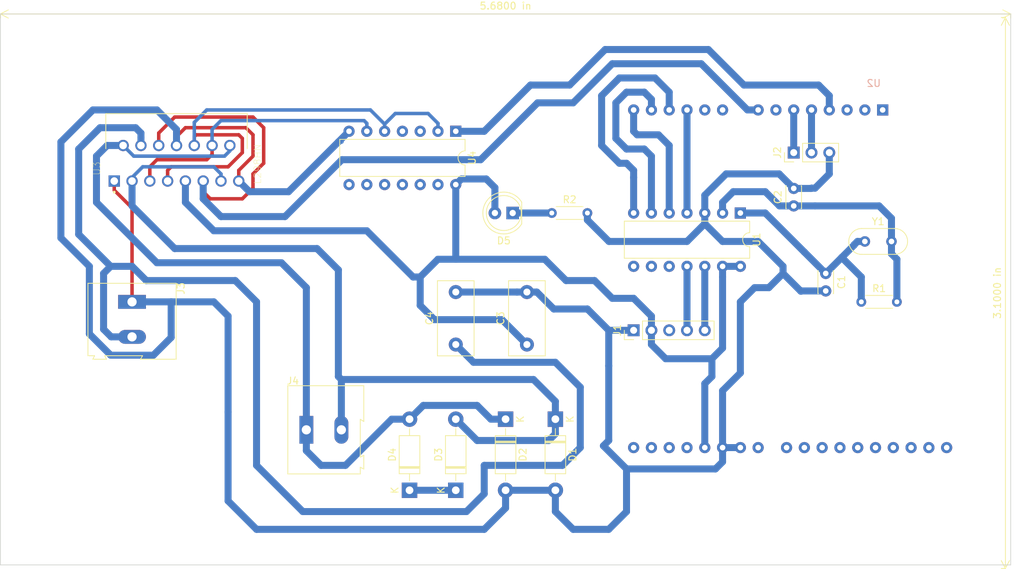
<source format=kicad_pcb>
(kicad_pcb (version 20171130) (host pcbnew "(5.1.2)-2")

  (general
    (thickness 1.6)
    (drawings 7)
    (tracks 294)
    (zones 0)
    (modules 20)
    (nets 42)
  )

  (page A4)
  (layers
    (0 F.Cu signal)
    (31 B.Cu signal)
    (32 B.Adhes user)
    (33 F.Adhes user)
    (34 B.Paste user)
    (35 F.Paste user)
    (36 B.SilkS user)
    (37 F.SilkS user)
    (38 B.Mask user)
    (39 F.Mask user)
    (40 Dwgs.User user)
    (41 Cmts.User user)
    (42 Eco1.User user)
    (43 Eco2.User user)
    (44 Edge.Cuts user)
    (45 Margin user)
    (46 B.CrtYd user)
    (47 F.CrtYd user)
    (48 B.Fab user)
    (49 F.Fab user)
  )

  (setup
    (last_trace_width 0.5)
    (user_trace_width 0.5)
    (user_trace_width 1)
    (trace_clearance 0.2)
    (zone_clearance 0.508)
    (zone_45_only no)
    (trace_min 0.5)
    (via_size 0.8)
    (via_drill 0.4)
    (via_min_size 0.4)
    (via_min_drill 0.3)
    (uvia_size 0.3)
    (uvia_drill 0.1)
    (uvias_allowed no)
    (uvia_min_size 0.2)
    (uvia_min_drill 0.1)
    (edge_width 0.05)
    (segment_width 1)
    (pcb_text_width 0.3)
    (pcb_text_size 1.5 1.5)
    (mod_edge_width 0.12)
    (mod_text_size 1 1)
    (mod_text_width 0.15)
    (pad_size 1.524 1.524)
    (pad_drill 0.762)
    (pad_to_mask_clearance 0.051)
    (solder_mask_min_width 0.25)
    (aux_axis_origin 0 0)
    (visible_elements 7FFFFFFF)
    (pcbplotparams
      (layerselection 0x010fc_ffffffff)
      (usegerberextensions false)
      (usegerberattributes false)
      (usegerberadvancedattributes false)
      (creategerberjobfile false)
      (excludeedgelayer true)
      (linewidth 0.100000)
      (plotframeref false)
      (viasonmask false)
      (mode 1)
      (useauxorigin false)
      (hpglpennumber 1)
      (hpglpenspeed 20)
      (hpglpendiameter 15.000000)
      (psnegative false)
      (psa4output false)
      (plotreference true)
      (plotvalue true)
      (plotinvisibletext false)
      (padsonsilk false)
      (subtractmaskfromsilk false)
      (outputformat 1)
      (mirror false)
      (drillshape 1)
      (scaleselection 1)
      (outputdirectory ""))
  )

  (net 0 "")
  (net 1 Earth)
  (net 2 "Net-(C1-Pad1)")
  (net 3 "Net-(C2-Pad1)")
  (net 4 +5V)
  (net 5 "Net-(C4-Pad1)")
  (net 6 "Net-(D1-Pad1)")
  (net 7 "Net-(D2-Pad1)")
  (net 8 /A_J1)
  (net 9 /B_J1)
  (net 10 /MOSI)
  (net 11 /MISO)
  (net 12 /SCK)
  (net 13 /SS)
  (net 14 "Net-(U1-Pad10)")
  (net 15 "Net-(U1-Pad9)")
  (net 16 "Net-(U1-Pad8)")
  (net 17 "Net-(U2-Pad1)")
  (net 18 "Net-(U2-Pad17)")
  (net 19 "Net-(U2-Pad18)")
  (net 20 "Net-(U2-Pad3)")
  (net 21 /PWM)
  (net 22 /ELB_1)
  (net 23 /ELB_2)
  (net 24 "Net-(U2-Pad22)")
  (net 25 "Net-(U2-Pad7)")
  (net 26 "Net-(U2-Pad23)")
  (net 27 /ENABLE)
  (net 28 "Net-(U2-Pad24)")
  (net 29 "Net-(U2-Pad9)")
  (net 30 "Net-(U2-Pad25)")
  (net 31 "Net-(U2-Pad10)")
  (net 32 "Net-(U2-Pad26)")
  (net 33 "Net-(U2-Pad27)")
  (net 34 "Net-(U2-Pad28)")
  (net 35 "Net-(U2-Pad15)")
  (net 36 "Net-(U2-Pad16)")
  (net 37 "/!(!PWM)")
  (net 38 /!PWM)
  (net 39 "Net-(J1-Pad3)")
  (net 40 "Net-(D3-Pad1)")
  (net 41 "Net-(D5-Pad1)")

  (net_class Default "This is the default net class."
    (clearance 0.2)
    (trace_width 0.25)
    (via_dia 0.8)
    (via_drill 0.4)
    (uvia_dia 0.3)
    (uvia_drill 0.1)
    (add_net +5V)
    (add_net "/!(!PWM)")
    (add_net /!PWM)
    (add_net /A_J1)
    (add_net /B_J1)
    (add_net /ELB_1)
    (add_net /ELB_2)
    (add_net /ENABLE)
    (add_net /MISO)
    (add_net /MOSI)
    (add_net /PWM)
    (add_net /SCK)
    (add_net /SS)
    (add_net Earth)
    (add_net "Net-(C1-Pad1)")
    (add_net "Net-(C2-Pad1)")
    (add_net "Net-(C4-Pad1)")
    (add_net "Net-(D1-Pad1)")
    (add_net "Net-(D2-Pad1)")
    (add_net "Net-(D3-Pad1)")
    (add_net "Net-(D5-Pad1)")
    (add_net "Net-(J1-Pad3)")
    (add_net "Net-(U1-Pad10)")
    (add_net "Net-(U1-Pad8)")
    (add_net "Net-(U1-Pad9)")
    (add_net "Net-(U2-Pad1)")
    (add_net "Net-(U2-Pad10)")
    (add_net "Net-(U2-Pad15)")
    (add_net "Net-(U2-Pad16)")
    (add_net "Net-(U2-Pad17)")
    (add_net "Net-(U2-Pad18)")
    (add_net "Net-(U2-Pad22)")
    (add_net "Net-(U2-Pad23)")
    (add_net "Net-(U2-Pad24)")
    (add_net "Net-(U2-Pad25)")
    (add_net "Net-(U2-Pad26)")
    (add_net "Net-(U2-Pad27)")
    (add_net "Net-(U2-Pad28)")
    (add_net "Net-(U2-Pad3)")
    (add_net "Net-(U2-Pad7)")
    (add_net "Net-(U2-Pad9)")
  )

  (module Diode_THT:D_DO-41_SOD81_P10.16mm_Horizontal (layer F.Cu) (tedit 5AE50CD5) (tstamp 5DD9EC7F)
    (at 128.016 123.444 270)
    (descr "Diode, DO-41_SOD81 series, Axial, Horizontal, pin pitch=10.16mm, , length*diameter=5.2*2.7mm^2, , http://www.diodes.com/_files/packages/DO-41%20(Plastic).pdf")
    (tags "Diode DO-41_SOD81 series Axial Horizontal pin pitch 10.16mm  length 5.2mm diameter 2.7mm")
    (path /5DDDCB10)
    (fp_text reference D2 (at 5.08 -2.47 90) (layer F.SilkS)
      (effects (font (size 1 1) (thickness 0.15)))
    )
    (fp_text value 1N4007 (at 5.08 2.47 90) (layer F.Fab)
      (effects (font (size 1 1) (thickness 0.15)))
    )
    (fp_text user K (at 0 -2.1 90) (layer F.SilkS)
      (effects (font (size 1 1) (thickness 0.15)))
    )
    (fp_text user K (at 0 -2.1 90) (layer F.Fab)
      (effects (font (size 1 1) (thickness 0.15)))
    )
    (fp_text user %R (at 5.47 0 90) (layer F.Fab)
      (effects (font (size 1 1) (thickness 0.15)))
    )
    (fp_line (start 11.51 -1.6) (end -1.35 -1.6) (layer F.CrtYd) (width 0.05))
    (fp_line (start 11.51 1.6) (end 11.51 -1.6) (layer F.CrtYd) (width 0.05))
    (fp_line (start -1.35 1.6) (end 11.51 1.6) (layer F.CrtYd) (width 0.05))
    (fp_line (start -1.35 -1.6) (end -1.35 1.6) (layer F.CrtYd) (width 0.05))
    (fp_line (start 3.14 -1.47) (end 3.14 1.47) (layer F.SilkS) (width 0.12))
    (fp_line (start 3.38 -1.47) (end 3.38 1.47) (layer F.SilkS) (width 0.12))
    (fp_line (start 3.26 -1.47) (end 3.26 1.47) (layer F.SilkS) (width 0.12))
    (fp_line (start 8.82 0) (end 7.8 0) (layer F.SilkS) (width 0.12))
    (fp_line (start 1.34 0) (end 2.36 0) (layer F.SilkS) (width 0.12))
    (fp_line (start 7.8 -1.47) (end 2.36 -1.47) (layer F.SilkS) (width 0.12))
    (fp_line (start 7.8 1.47) (end 7.8 -1.47) (layer F.SilkS) (width 0.12))
    (fp_line (start 2.36 1.47) (end 7.8 1.47) (layer F.SilkS) (width 0.12))
    (fp_line (start 2.36 -1.47) (end 2.36 1.47) (layer F.SilkS) (width 0.12))
    (fp_line (start 3.16 -1.35) (end 3.16 1.35) (layer F.Fab) (width 0.1))
    (fp_line (start 3.36 -1.35) (end 3.36 1.35) (layer F.Fab) (width 0.1))
    (fp_line (start 3.26 -1.35) (end 3.26 1.35) (layer F.Fab) (width 0.1))
    (fp_line (start 10.16 0) (end 7.68 0) (layer F.Fab) (width 0.1))
    (fp_line (start 0 0) (end 2.48 0) (layer F.Fab) (width 0.1))
    (fp_line (start 7.68 -1.35) (end 2.48 -1.35) (layer F.Fab) (width 0.1))
    (fp_line (start 7.68 1.35) (end 7.68 -1.35) (layer F.Fab) (width 0.1))
    (fp_line (start 2.48 1.35) (end 7.68 1.35) (layer F.Fab) (width 0.1))
    (fp_line (start 2.48 -1.35) (end 2.48 1.35) (layer F.Fab) (width 0.1))
    (pad 2 thru_hole oval (at 10.16 0 270) (size 2.2 2.2) (drill 1.1) (layers *.Cu *.Mask)
      (net 1 Earth))
    (pad 1 thru_hole rect (at 0 0 270) (size 2.2 2.2) (drill 1.1) (layers *.Cu *.Mask)
      (net 7 "Net-(D2-Pad1)"))
    (model ${KISYS3DMOD}/Diode_THT.3dshapes/D_DO-41_SOD81_P10.16mm_Horizontal.wrl
      (at (xyz 0 0 0))
      (scale (xyz 1 1 1))
      (rotate (xyz 0 0 0))
    )
  )

  (module Quanser_2DSFJE_Library:Intel_Galileo_Gen2_Pins (layer B.Cu) (tedit 5DD9A461) (tstamp 5DDA943F)
    (at 181.864 79.248 180)
    (descr "Arduino UNO R3, http://www.mouser.com/pdfdocs/Gravitech_Arduino_Nano3_0.pdf")
    (tags "Arduino UNO R3")
    (path /5DB071F2)
    (fp_text reference U2 (at 1.27 3.81 180) (layer B.SilkS)
      (effects (font (size 1 1) (thickness 0.15)) (justify mirror))
    )
    (fp_text value Intel_Galileo_Gen2 (at 0 -22.86 180) (layer F.Fab)
      (effects (font (size 1 1) (thickness 0.15)))
    )
    (fp_text user %R (at 0 -20.32 180) (layer B.Fab)
      (effects (font (size 1 1) (thickness 0.15)) (justify mirror))
    )
    (pad 16 thru_hole oval (at 33.02 -48.26 90) (size 1.6 1.6) (drill 0.8) (layers *.Cu *.Mask)
      (net 36 "Net-(U2-Pad16)"))
    (pad 15 thru_hole oval (at 35.56 -48.26 90) (size 1.6 1.6) (drill 0.8) (layers *.Cu *.Mask)
      (net 35 "Net-(U2-Pad15)"))
    (pad 30 thru_hole oval (at -4.06 -48.26 90) (size 1.6 1.6) (drill 0.8) (layers *.Cu *.Mask))
    (pad 14 thru_hole oval (at 35.56 0 90) (size 1.6 1.6) (drill 0.8) (layers *.Cu *.Mask)
      (net 12 /SCK))
    (pad 29 thru_hole oval (at -1.52 -48.26 90) (size 1.6 1.6) (drill 0.8) (layers *.Cu *.Mask))
    (pad 13 thru_hole oval (at 33.02 0 90) (size 1.6 1.6) (drill 0.8) (layers *.Cu *.Mask)
      (net 11 /MISO))
    (pad 28 thru_hole oval (at 1.02 -48.26 90) (size 1.6 1.6) (drill 0.8) (layers *.Cu *.Mask)
      (net 34 "Net-(U2-Pad28)"))
    (pad 12 thru_hole oval (at 30.48 0 90) (size 1.6 1.6) (drill 0.8) (layers *.Cu *.Mask)
      (net 10 /MOSI))
    (pad 27 thru_hole oval (at 3.56 -48.26 90) (size 1.6 1.6) (drill 0.8) (layers *.Cu *.Mask)
      (net 33 "Net-(U2-Pad27)"))
    (pad 11 thru_hole oval (at 27.94 0 90) (size 1.6 1.6) (drill 0.8) (layers *.Cu *.Mask)
      (net 13 /SS))
    (pad 26 thru_hole oval (at 6.1 -48.26 90) (size 1.6 1.6) (drill 0.8) (layers *.Cu *.Mask)
      (net 32 "Net-(U2-Pad26)"))
    (pad 10 thru_hole oval (at 25.4 0 90) (size 1.6 1.6) (drill 0.8) (layers *.Cu *.Mask)
      (net 31 "Net-(U2-Pad10)"))
    (pad 25 thru_hole oval (at 8.64 -48.26 90) (size 1.6 1.6) (drill 0.8) (layers *.Cu *.Mask)
      (net 30 "Net-(U2-Pad25)"))
    (pad 9 thru_hole oval (at 22.86 0 90) (size 1.6 1.6) (drill 0.8) (layers *.Cu *.Mask)
      (net 29 "Net-(U2-Pad9)"))
    (pad 24 thru_hole oval (at 11.18 -48.26 90) (size 1.6 1.6) (drill 0.8) (layers *.Cu *.Mask)
      (net 28 "Net-(U2-Pad24)"))
    (pad 8 thru_hole oval (at 17.78 0 90) (size 1.6 1.6) (drill 0.8) (layers *.Cu *.Mask)
      (net 27 /ENABLE))
    (pad 23 thru_hole oval (at 13.72 -48.26 90) (size 1.6 1.6) (drill 0.8) (layers *.Cu *.Mask)
      (net 26 "Net-(U2-Pad23)"))
    (pad 7 thru_hole oval (at 15.24 0 90) (size 1.6 1.6) (drill 0.8) (layers *.Cu *.Mask)
      (net 25 "Net-(U2-Pad7)"))
    (pad 22 thru_hole oval (at 17.78 -48.26 90) (size 1.6 1.6) (drill 0.8) (layers *.Cu *.Mask)
      (net 24 "Net-(U2-Pad22)"))
    (pad 6 thru_hole oval (at 12.7 0 90) (size 1.6 1.6) (drill 0.8) (layers *.Cu *.Mask)
      (net 23 /ELB_2))
    (pad 21 thru_hole oval (at 20.32 -48.26 90) (size 1.6 1.6) (drill 0.8) (layers *.Cu *.Mask)
      (net 1 Earth))
    (pad 5 thru_hole oval (at 10.16 0 90) (size 1.6 1.6) (drill 0.8) (layers *.Cu *.Mask)
      (net 22 /ELB_1))
    (pad 20 thru_hole oval (at 22.86 -48.26 90) (size 1.6 1.6) (drill 0.8) (layers *.Cu *.Mask)
      (net 1 Earth))
    (pad 4 thru_hole oval (at 7.62 0 90) (size 1.6 1.6) (drill 0.8) (layers *.Cu *.Mask)
      (net 21 /PWM))
    (pad 19 thru_hole oval (at 25.4 -48.26 90) (size 1.6 1.6) (drill 0.8) (layers *.Cu *.Mask)
      (net 4 +5V))
    (pad 3 thru_hole oval (at 5.08 0 90) (size 1.6 1.6) (drill 0.8) (layers *.Cu *.Mask)
      (net 20 "Net-(U2-Pad3)"))
    (pad 18 thru_hole oval (at 27.94 -48.26 90) (size 1.6 1.6) (drill 0.8) (layers *.Cu *.Mask)
      (net 19 "Net-(U2-Pad18)"))
    (pad 2 thru_hole oval (at 2.54 0 90) (size 1.6 1.6) (drill 0.8) (layers *.Cu *.Mask))
    (pad 17 thru_hole oval (at 30.48 -48.26 90) (size 1.6 1.6) (drill 0.8) (layers *.Cu *.Mask)
      (net 18 "Net-(U2-Pad17)"))
    (pad 1 thru_hole rect (at 0 0 90) (size 1.6 1.6) (drill 0.8) (layers *.Cu *.Mask)
      (net 17 "Net-(U2-Pad1)"))
    (pad 31 thru_hole oval (at -6.6 -48.26 90) (size 1.6 1.6) (drill 0.8) (layers *.Cu *.Mask))
    (pad 32 thru_hole oval (at -9.14 -48.26 90) (size 1.6 1.6) (drill 0.8) (layers *.Cu *.Mask))
    (model ${KISYS3DMOD}/Module.3dshapes/Arduino_UNO_R3.wrl
      (at (xyz 0 0 0))
      (scale (xyz 1 1 1))
      (rotate (xyz 0 0 0))
    )
  )

  (module Diode_THT:D_DO-41_SOD81_P10.16mm_Horizontal (layer F.Cu) (tedit 5AE50CD5) (tstamp 5DDA28F9)
    (at 120.904 133.604 90)
    (descr "Diode, DO-41_SOD81 series, Axial, Horizontal, pin pitch=10.16mm, , length*diameter=5.2*2.7mm^2, , http://www.diodes.com/_files/packages/DO-41%20(Plastic).pdf")
    (tags "Diode DO-41_SOD81 series Axial Horizontal pin pitch 10.16mm  length 5.2mm diameter 2.7mm")
    (path /5DDDF3C3)
    (fp_text reference D3 (at 5.08 -2.47 90) (layer F.SilkS)
      (effects (font (size 1 1) (thickness 0.15)))
    )
    (fp_text value 1N4007 (at 5.08 2.47 90) (layer F.Fab)
      (effects (font (size 1 1) (thickness 0.15)))
    )
    (fp_line (start 2.48 -1.35) (end 2.48 1.35) (layer F.Fab) (width 0.1))
    (fp_line (start 2.48 1.35) (end 7.68 1.35) (layer F.Fab) (width 0.1))
    (fp_line (start 7.68 1.35) (end 7.68 -1.35) (layer F.Fab) (width 0.1))
    (fp_line (start 7.68 -1.35) (end 2.48 -1.35) (layer F.Fab) (width 0.1))
    (fp_line (start 0 0) (end 2.48 0) (layer F.Fab) (width 0.1))
    (fp_line (start 10.16 0) (end 7.68 0) (layer F.Fab) (width 0.1))
    (fp_line (start 3.26 -1.35) (end 3.26 1.35) (layer F.Fab) (width 0.1))
    (fp_line (start 3.36 -1.35) (end 3.36 1.35) (layer F.Fab) (width 0.1))
    (fp_line (start 3.16 -1.35) (end 3.16 1.35) (layer F.Fab) (width 0.1))
    (fp_line (start 2.36 -1.47) (end 2.36 1.47) (layer F.SilkS) (width 0.12))
    (fp_line (start 2.36 1.47) (end 7.8 1.47) (layer F.SilkS) (width 0.12))
    (fp_line (start 7.8 1.47) (end 7.8 -1.47) (layer F.SilkS) (width 0.12))
    (fp_line (start 7.8 -1.47) (end 2.36 -1.47) (layer F.SilkS) (width 0.12))
    (fp_line (start 1.34 0) (end 2.36 0) (layer F.SilkS) (width 0.12))
    (fp_line (start 8.82 0) (end 7.8 0) (layer F.SilkS) (width 0.12))
    (fp_line (start 3.26 -1.47) (end 3.26 1.47) (layer F.SilkS) (width 0.12))
    (fp_line (start 3.38 -1.47) (end 3.38 1.47) (layer F.SilkS) (width 0.12))
    (fp_line (start 3.14 -1.47) (end 3.14 1.47) (layer F.SilkS) (width 0.12))
    (fp_line (start -1.35 -1.6) (end -1.35 1.6) (layer F.CrtYd) (width 0.05))
    (fp_line (start -1.35 1.6) (end 11.51 1.6) (layer F.CrtYd) (width 0.05))
    (fp_line (start 11.51 1.6) (end 11.51 -1.6) (layer F.CrtYd) (width 0.05))
    (fp_line (start 11.51 -1.6) (end -1.35 -1.6) (layer F.CrtYd) (width 0.05))
    (fp_text user %R (at 5.47 0 90) (layer F.Fab)
      (effects (font (size 1 1) (thickness 0.15)))
    )
    (fp_text user K (at 0 -2.1 90) (layer F.Fab)
      (effects (font (size 1 1) (thickness 0.15)))
    )
    (fp_text user K (at 0 -2.1 90) (layer F.SilkS)
      (effects (font (size 1 1) (thickness 0.15)))
    )
    (pad 1 thru_hole rect (at 0 0 90) (size 2.2 2.2) (drill 1.1) (layers *.Cu *.Mask)
      (net 40 "Net-(D3-Pad1)"))
    (pad 2 thru_hole oval (at 10.16 0 90) (size 2.2 2.2) (drill 1.1) (layers *.Cu *.Mask)
      (net 6 "Net-(D1-Pad1)"))
    (model ${KISYS3DMOD}/Diode_THT.3dshapes/D_DO-41_SOD81_P10.16mm_Horizontal.wrl
      (at (xyz 0 0 0))
      (scale (xyz 1 1 1))
      (rotate (xyz 0 0 0))
    )
  )

  (module Capacitor_THT:C_Disc_D3.0mm_W2.0mm_P2.50mm (layer F.Cu) (tedit 5AE50EF0) (tstamp 5DDA9357)
    (at 173.736 102.616 270)
    (descr "C, Disc series, Radial, pin pitch=2.50mm, , diameter*width=3*2mm^2, Capacitor")
    (tags "C Disc series Radial pin pitch 2.50mm  diameter 3mm width 2mm Capacitor")
    (path /5DB1333E)
    (fp_text reference C1 (at 1.25 -2.25 90) (layer F.SilkS)
      (effects (font (size 1 1) (thickness 0.15)))
    )
    (fp_text value 22pF (at 1.25 2.25 90) (layer F.Fab)
      (effects (font (size 1 1) (thickness 0.15)))
    )
    (fp_text user %R (at 1.25 0 270) (layer F.Fab)
      (effects (font (size 0.6 0.6) (thickness 0.09)))
    )
    (fp_line (start 3.55 -1.25) (end -1.05 -1.25) (layer F.CrtYd) (width 0.05))
    (fp_line (start 3.55 1.25) (end 3.55 -1.25) (layer F.CrtYd) (width 0.05))
    (fp_line (start -1.05 1.25) (end 3.55 1.25) (layer F.CrtYd) (width 0.05))
    (fp_line (start -1.05 -1.25) (end -1.05 1.25) (layer F.CrtYd) (width 0.05))
    (fp_line (start 2.87 1.055) (end 2.87 1.12) (layer F.SilkS) (width 0.12))
    (fp_line (start 2.87 -1.12) (end 2.87 -1.055) (layer F.SilkS) (width 0.12))
    (fp_line (start -0.37 1.055) (end -0.37 1.12) (layer F.SilkS) (width 0.12))
    (fp_line (start -0.37 -1.12) (end -0.37 -1.055) (layer F.SilkS) (width 0.12))
    (fp_line (start -0.37 1.12) (end 2.87 1.12) (layer F.SilkS) (width 0.12))
    (fp_line (start -0.37 -1.12) (end 2.87 -1.12) (layer F.SilkS) (width 0.12))
    (fp_line (start 2.75 -1) (end -0.25 -1) (layer F.Fab) (width 0.1))
    (fp_line (start 2.75 1) (end 2.75 -1) (layer F.Fab) (width 0.1))
    (fp_line (start -0.25 1) (end 2.75 1) (layer F.Fab) (width 0.1))
    (fp_line (start -0.25 -1) (end -0.25 1) (layer F.Fab) (width 0.1))
    (pad 2 thru_hole circle (at 2.5 0 270) (size 1.6 1.6) (drill 0.8) (layers *.Cu *.Mask)
      (net 1 Earth))
    (pad 1 thru_hole circle (at 0 0 270) (size 1.6 1.6) (drill 0.8) (layers *.Cu *.Mask)
      (net 2 "Net-(C1-Pad1)"))
    (model ${KISYS3DMOD}/Capacitor_THT.3dshapes/C_Disc_D3.0mm_W2.0mm_P2.50mm.wrl
      (at (xyz 0 0 0))
      (scale (xyz 1 1 1))
      (rotate (xyz 0 0 0))
    )
  )

  (module Capacitor_THT:C_Disc_D3.0mm_W2.0mm_P2.50mm (layer F.Cu) (tedit 5AE50EF0) (tstamp 5DDA2405)
    (at 169.164 92.964 90)
    (descr "C, Disc series, Radial, pin pitch=2.50mm, , diameter*width=3*2mm^2, Capacitor")
    (tags "C Disc series Radial pin pitch 2.50mm  diameter 3mm width 2mm Capacitor")
    (path /5DB13868)
    (fp_text reference C2 (at 1.25 -2.25 90) (layer F.SilkS)
      (effects (font (size 1 1) (thickness 0.15)))
    )
    (fp_text value 22pF (at 1.25 2.25 90) (layer F.Fab)
      (effects (font (size 1 1) (thickness 0.15)))
    )
    (fp_line (start -0.25 -1) (end -0.25 1) (layer F.Fab) (width 0.1))
    (fp_line (start -0.25 1) (end 2.75 1) (layer F.Fab) (width 0.1))
    (fp_line (start 2.75 1) (end 2.75 -1) (layer F.Fab) (width 0.1))
    (fp_line (start 2.75 -1) (end -0.25 -1) (layer F.Fab) (width 0.1))
    (fp_line (start -0.37 -1.12) (end 2.87 -1.12) (layer F.SilkS) (width 0.12))
    (fp_line (start -0.37 1.12) (end 2.87 1.12) (layer F.SilkS) (width 0.12))
    (fp_line (start -0.37 -1.12) (end -0.37 -1.055) (layer F.SilkS) (width 0.12))
    (fp_line (start -0.37 1.055) (end -0.37 1.12) (layer F.SilkS) (width 0.12))
    (fp_line (start 2.87 -1.12) (end 2.87 -1.055) (layer F.SilkS) (width 0.12))
    (fp_line (start 2.87 1.055) (end 2.87 1.12) (layer F.SilkS) (width 0.12))
    (fp_line (start -1.05 -1.25) (end -1.05 1.25) (layer F.CrtYd) (width 0.05))
    (fp_line (start -1.05 1.25) (end 3.55 1.25) (layer F.CrtYd) (width 0.05))
    (fp_line (start 3.55 1.25) (end 3.55 -1.25) (layer F.CrtYd) (width 0.05))
    (fp_line (start 3.55 -1.25) (end -1.05 -1.25) (layer F.CrtYd) (width 0.05))
    (fp_text user %R (at 1.25 0) (layer F.Fab)
      (effects (font (size 0.6 0.6) (thickness 0.09)))
    )
    (pad 1 thru_hole circle (at 0 0 90) (size 1.6 1.6) (drill 0.8) (layers *.Cu *.Mask)
      (net 3 "Net-(C2-Pad1)"))
    (pad 2 thru_hole circle (at 2.5 0 90) (size 1.6 1.6) (drill 0.8) (layers *.Cu *.Mask)
      (net 1 Earth))
    (model ${KISYS3DMOD}/Capacitor_THT.3dshapes/C_Disc_D3.0mm_W2.0mm_P2.50mm.wrl
      (at (xyz 0 0 0))
      (scale (xyz 1 1 1))
      (rotate (xyz 0 0 0))
    )
  )

  (module Diode_THT:D_DO-41_SOD81_P10.16mm_Horizontal (layer F.Cu) (tedit 5AE50CD5) (tstamp 5DD9FF5F)
    (at 135.128 123.444 270)
    (descr "Diode, DO-41_SOD81 series, Axial, Horizontal, pin pitch=10.16mm, , length*diameter=5.2*2.7mm^2, , http://www.diodes.com/_files/packages/DO-41%20(Plastic).pdf")
    (tags "Diode DO-41_SOD81 series Axial Horizontal pin pitch 10.16mm  length 5.2mm diameter 2.7mm")
    (path /5DDDC18A)
    (fp_text reference D1 (at 5.08 -2.47 90) (layer F.SilkS)
      (effects (font (size 1 1) (thickness 0.15)))
    )
    (fp_text value 1N4007 (at 5.08 2.47 90) (layer F.Fab)
      (effects (font (size 1 1) (thickness 0.15)))
    )
    (fp_line (start 2.48 -1.35) (end 2.48 1.35) (layer F.Fab) (width 0.1))
    (fp_line (start 2.48 1.35) (end 7.68 1.35) (layer F.Fab) (width 0.1))
    (fp_line (start 7.68 1.35) (end 7.68 -1.35) (layer F.Fab) (width 0.1))
    (fp_line (start 7.68 -1.35) (end 2.48 -1.35) (layer F.Fab) (width 0.1))
    (fp_line (start 0 0) (end 2.48 0) (layer F.Fab) (width 0.1))
    (fp_line (start 10.16 0) (end 7.68 0) (layer F.Fab) (width 0.1))
    (fp_line (start 3.26 -1.35) (end 3.26 1.35) (layer F.Fab) (width 0.1))
    (fp_line (start 3.36 -1.35) (end 3.36 1.35) (layer F.Fab) (width 0.1))
    (fp_line (start 3.16 -1.35) (end 3.16 1.35) (layer F.Fab) (width 0.1))
    (fp_line (start 2.36 -1.47) (end 2.36 1.47) (layer F.SilkS) (width 0.12))
    (fp_line (start 2.36 1.47) (end 7.8 1.47) (layer F.SilkS) (width 0.12))
    (fp_line (start 7.8 1.47) (end 7.8 -1.47) (layer F.SilkS) (width 0.12))
    (fp_line (start 7.8 -1.47) (end 2.36 -1.47) (layer F.SilkS) (width 0.12))
    (fp_line (start 1.34 0) (end 2.36 0) (layer F.SilkS) (width 0.12))
    (fp_line (start 8.82 0) (end 7.8 0) (layer F.SilkS) (width 0.12))
    (fp_line (start 3.26 -1.47) (end 3.26 1.47) (layer F.SilkS) (width 0.12))
    (fp_line (start 3.38 -1.47) (end 3.38 1.47) (layer F.SilkS) (width 0.12))
    (fp_line (start 3.14 -1.47) (end 3.14 1.47) (layer F.SilkS) (width 0.12))
    (fp_line (start -1.35 -1.6) (end -1.35 1.6) (layer F.CrtYd) (width 0.05))
    (fp_line (start -1.35 1.6) (end 11.51 1.6) (layer F.CrtYd) (width 0.05))
    (fp_line (start 11.51 1.6) (end 11.51 -1.6) (layer F.CrtYd) (width 0.05))
    (fp_line (start 11.51 -1.6) (end -1.35 -1.6) (layer F.CrtYd) (width 0.05))
    (fp_text user %R (at 5.47 0 90) (layer F.Fab)
      (effects (font (size 1 1) (thickness 0.15)))
    )
    (fp_text user K (at 0 -2.1 90) (layer F.Fab)
      (effects (font (size 1 1) (thickness 0.15)))
    )
    (fp_text user K (at 0 -2.1 90) (layer F.SilkS)
      (effects (font (size 1 1) (thickness 0.15)))
    )
    (pad 1 thru_hole rect (at 0 0 270) (size 2.2 2.2) (drill 1.1) (layers *.Cu *.Mask)
      (net 6 "Net-(D1-Pad1)"))
    (pad 2 thru_hole oval (at 10.16 0 270) (size 2.2 2.2) (drill 1.1) (layers *.Cu *.Mask)
      (net 1 Earth))
    (model ${KISYS3DMOD}/Diode_THT.3dshapes/D_DO-41_SOD81_P10.16mm_Horizontal.wrl
      (at (xyz 0 0 0))
      (scale (xyz 1 1 1))
      (rotate (xyz 0 0 0))
    )
  )

  (module Diode_THT:D_DO-41_SOD81_P10.16mm_Horizontal (layer F.Cu) (tedit 5AE50CD5) (tstamp 5DDA2A19)
    (at 114.3 133.604 90)
    (descr "Diode, DO-41_SOD81 series, Axial, Horizontal, pin pitch=10.16mm, , length*diameter=5.2*2.7mm^2, , http://www.diodes.com/_files/packages/DO-41%20(Plastic).pdf")
    (tags "Diode DO-41_SOD81 series Axial Horizontal pin pitch 10.16mm  length 5.2mm diameter 2.7mm")
    (path /5DDE1CC4)
    (fp_text reference D4 (at 5.08 -2.47 90) (layer F.SilkS)
      (effects (font (size 1 1) (thickness 0.15)))
    )
    (fp_text value 1N4007 (at 5.08 2.47 90) (layer F.Fab)
      (effects (font (size 1 1) (thickness 0.15)))
    )
    (fp_text user K (at 0 -2.1 90) (layer F.SilkS)
      (effects (font (size 1 1) (thickness 0.15)))
    )
    (fp_text user K (at 0 -2.1 90) (layer F.Fab)
      (effects (font (size 1 1) (thickness 0.15)))
    )
    (fp_text user %R (at 5.47 0 90) (layer F.Fab)
      (effects (font (size 1 1) (thickness 0.15)))
    )
    (fp_line (start 11.51 -1.6) (end -1.35 -1.6) (layer F.CrtYd) (width 0.05))
    (fp_line (start 11.51 1.6) (end 11.51 -1.6) (layer F.CrtYd) (width 0.05))
    (fp_line (start -1.35 1.6) (end 11.51 1.6) (layer F.CrtYd) (width 0.05))
    (fp_line (start -1.35 -1.6) (end -1.35 1.6) (layer F.CrtYd) (width 0.05))
    (fp_line (start 3.14 -1.47) (end 3.14 1.47) (layer F.SilkS) (width 0.12))
    (fp_line (start 3.38 -1.47) (end 3.38 1.47) (layer F.SilkS) (width 0.12))
    (fp_line (start 3.26 -1.47) (end 3.26 1.47) (layer F.SilkS) (width 0.12))
    (fp_line (start 8.82 0) (end 7.8 0) (layer F.SilkS) (width 0.12))
    (fp_line (start 1.34 0) (end 2.36 0) (layer F.SilkS) (width 0.12))
    (fp_line (start 7.8 -1.47) (end 2.36 -1.47) (layer F.SilkS) (width 0.12))
    (fp_line (start 7.8 1.47) (end 7.8 -1.47) (layer F.SilkS) (width 0.12))
    (fp_line (start 2.36 1.47) (end 7.8 1.47) (layer F.SilkS) (width 0.12))
    (fp_line (start 2.36 -1.47) (end 2.36 1.47) (layer F.SilkS) (width 0.12))
    (fp_line (start 3.16 -1.35) (end 3.16 1.35) (layer F.Fab) (width 0.1))
    (fp_line (start 3.36 -1.35) (end 3.36 1.35) (layer F.Fab) (width 0.1))
    (fp_line (start 3.26 -1.35) (end 3.26 1.35) (layer F.Fab) (width 0.1))
    (fp_line (start 10.16 0) (end 7.68 0) (layer F.Fab) (width 0.1))
    (fp_line (start 0 0) (end 2.48 0) (layer F.Fab) (width 0.1))
    (fp_line (start 7.68 -1.35) (end 2.48 -1.35) (layer F.Fab) (width 0.1))
    (fp_line (start 7.68 1.35) (end 7.68 -1.35) (layer F.Fab) (width 0.1))
    (fp_line (start 2.48 1.35) (end 7.68 1.35) (layer F.Fab) (width 0.1))
    (fp_line (start 2.48 -1.35) (end 2.48 1.35) (layer F.Fab) (width 0.1))
    (pad 2 thru_hole oval (at 10.16 0 90) (size 2.2 2.2) (drill 1.1) (layers *.Cu *.Mask)
      (net 7 "Net-(D2-Pad1)"))
    (pad 1 thru_hole rect (at 0 0 90) (size 2.2 2.2) (drill 1.1) (layers *.Cu *.Mask)
      (net 40 "Net-(D3-Pad1)"))
    (model ${KISYS3DMOD}/Diode_THT.3dshapes/D_DO-41_SOD81_P10.16mm_Horizontal.wrl
      (at (xyz 0 0 0))
      (scale (xyz 1 1 1))
      (rotate (xyz 0 0 0))
    )
  )

  (module TerminalBlock:TerminalBlock_Altech_AK300-2_P5.00mm (layer F.Cu) (tedit 59FF0306) (tstamp 5DD9D493)
    (at 74.676 106.68 270)
    (descr "Altech AK300 terminal block, pitch 5.0mm, 45 degree angled, see http://www.mouser.com/ds/2/16/PCBMETRC-24178.pdf")
    (tags "Altech AK300 terminal block pitch 5.0mm")
    (path /5DD55D4E)
    (fp_text reference J3 (at -1.92 -6.99 90) (layer F.SilkS)
      (effects (font (size 1 1) (thickness 0.15)))
    )
    (fp_text value "27V Power Supply" (at 2.78 7.75 90) (layer F.Fab)
      (effects (font (size 1 1) (thickness 0.15)))
    )
    (fp_arc (start -1.13 -4.65) (end -1.42 -4.13) (angle 104.2) (layer F.Fab) (width 0.1))
    (fp_arc (start -0.01 -3.71) (end -1.62 -5) (angle 100) (layer F.Fab) (width 0.1))
    (fp_arc (start 0.06 -6.07) (end 1.53 -4.12) (angle 75.5) (layer F.Fab) (width 0.1))
    (fp_arc (start 1.03 -4.59) (end 1.53 -5.05) (angle 90.5) (layer F.Fab) (width 0.1))
    (fp_arc (start 3.87 -4.65) (end 3.58 -4.13) (angle 104.2) (layer F.Fab) (width 0.1))
    (fp_arc (start 4.99 -3.71) (end 3.39 -5) (angle 100) (layer F.Fab) (width 0.1))
    (fp_arc (start 5.07 -6.07) (end 6.53 -4.12) (angle 75.5) (layer F.Fab) (width 0.1))
    (fp_arc (start 6.03 -4.59) (end 6.54 -5.05) (angle 90.5) (layer F.Fab) (width 0.1))
    (fp_line (start 8.36 6.47) (end -2.83 6.47) (layer F.CrtYd) (width 0.05))
    (fp_line (start 8.36 6.47) (end 8.36 -6.47) (layer F.CrtYd) (width 0.05))
    (fp_line (start -2.83 -6.47) (end -2.83 6.47) (layer F.CrtYd) (width 0.05))
    (fp_line (start -2.83 -6.47) (end 8.36 -6.47) (layer F.CrtYd) (width 0.05))
    (fp_line (start 3.36 -0.25) (end 6.67 -0.25) (layer F.Fab) (width 0.1))
    (fp_line (start 2.98 -0.25) (end 3.36 -0.25) (layer F.Fab) (width 0.1))
    (fp_line (start 7.05 -0.25) (end 6.67 -0.25) (layer F.Fab) (width 0.1))
    (fp_line (start 6.67 -0.64) (end 3.36 -0.64) (layer F.Fab) (width 0.1))
    (fp_line (start 7.61 -0.64) (end 6.67 -0.64) (layer F.Fab) (width 0.1))
    (fp_line (start 1.66 -0.64) (end 3.36 -0.64) (layer F.Fab) (width 0.1))
    (fp_line (start -1.64 -0.64) (end 1.66 -0.64) (layer F.Fab) (width 0.1))
    (fp_line (start -2.58 -0.64) (end -1.64 -0.64) (layer F.Fab) (width 0.1))
    (fp_line (start 1.66 -0.25) (end -1.64 -0.25) (layer F.Fab) (width 0.1))
    (fp_line (start 2.04 -0.25) (end 1.66 -0.25) (layer F.Fab) (width 0.1))
    (fp_line (start -2.02 -0.25) (end -1.64 -0.25) (layer F.Fab) (width 0.1))
    (fp_line (start -1.49 -4.32) (end 1.56 -4.95) (layer F.Fab) (width 0.1))
    (fp_line (start -1.62 -4.45) (end 1.44 -5.08) (layer F.Fab) (width 0.1))
    (fp_line (start 3.52 -4.32) (end 6.56 -4.95) (layer F.Fab) (width 0.1))
    (fp_line (start 3.39 -4.45) (end 6.44 -5.08) (layer F.Fab) (width 0.1))
    (fp_line (start 2.04 -5.97) (end -2.02 -5.97) (layer F.Fab) (width 0.1))
    (fp_line (start -2.02 -3.43) (end -2.02 -5.97) (layer F.Fab) (width 0.1))
    (fp_line (start 2.04 -3.43) (end -2.02 -3.43) (layer F.Fab) (width 0.1))
    (fp_line (start 2.04 -3.43) (end 2.04 -5.97) (layer F.Fab) (width 0.1))
    (fp_line (start 7.05 -3.43) (end 2.98 -3.43) (layer F.Fab) (width 0.1))
    (fp_line (start 7.05 -5.97) (end 7.05 -3.43) (layer F.Fab) (width 0.1))
    (fp_line (start 2.98 -5.97) (end 7.05 -5.97) (layer F.Fab) (width 0.1))
    (fp_line (start 2.98 -3.43) (end 2.98 -5.97) (layer F.Fab) (width 0.1))
    (fp_line (start 7.61 -3.17) (end 7.61 -1.65) (layer F.Fab) (width 0.1))
    (fp_line (start -2.58 -3.17) (end -2.58 -6.22) (layer F.Fab) (width 0.1))
    (fp_line (start -2.58 -3.17) (end 7.61 -3.17) (layer F.Fab) (width 0.1))
    (fp_line (start 7.61 -0.64) (end 7.61 4.06) (layer F.Fab) (width 0.1))
    (fp_line (start 7.61 -1.65) (end 7.61 -0.64) (layer F.Fab) (width 0.1))
    (fp_line (start -2.58 -0.64) (end -2.58 -3.17) (layer F.Fab) (width 0.1))
    (fp_line (start -2.58 6.22) (end -2.58 -0.64) (layer F.Fab) (width 0.1))
    (fp_line (start 6.67 0.51) (end 6.28 0.51) (layer F.Fab) (width 0.1))
    (fp_line (start 3.36 0.51) (end 3.74 0.51) (layer F.Fab) (width 0.1))
    (fp_line (start 1.66 0.51) (end 1.28 0.51) (layer F.Fab) (width 0.1))
    (fp_line (start -1.64 0.51) (end -1.26 0.51) (layer F.Fab) (width 0.1))
    (fp_line (start -1.64 3.68) (end -1.64 0.51) (layer F.Fab) (width 0.1))
    (fp_line (start 1.66 3.68) (end -1.64 3.68) (layer F.Fab) (width 0.1))
    (fp_line (start 1.66 3.68) (end 1.66 0.51) (layer F.Fab) (width 0.1))
    (fp_line (start 3.36 3.68) (end 3.36 0.51) (layer F.Fab) (width 0.1))
    (fp_line (start 6.67 3.68) (end 3.36 3.68) (layer F.Fab) (width 0.1))
    (fp_line (start 6.67 3.68) (end 6.67 0.51) (layer F.Fab) (width 0.1))
    (fp_line (start -2.02 4.32) (end -2.02 6.22) (layer F.Fab) (width 0.1))
    (fp_line (start 2.04 4.32) (end 2.04 -0.25) (layer F.Fab) (width 0.1))
    (fp_line (start 2.04 4.32) (end -2.02 4.32) (layer F.Fab) (width 0.1))
    (fp_line (start 7.05 4.32) (end 7.05 6.22) (layer F.Fab) (width 0.1))
    (fp_line (start 2.98 4.32) (end 2.98 -0.25) (layer F.Fab) (width 0.1))
    (fp_line (start 2.98 4.32) (end 7.05 4.32) (layer F.Fab) (width 0.1))
    (fp_line (start -2.02 6.22) (end 2.04 6.22) (layer F.Fab) (width 0.1))
    (fp_line (start -2.58 6.22) (end -2.02 6.22) (layer F.Fab) (width 0.1))
    (fp_line (start -2.02 -0.25) (end -2.02 4.32) (layer F.Fab) (width 0.1))
    (fp_line (start 2.04 6.22) (end 2.98 6.22) (layer F.Fab) (width 0.1))
    (fp_line (start 2.04 6.22) (end 2.04 4.32) (layer F.Fab) (width 0.1))
    (fp_line (start 7.05 6.22) (end 7.61 6.22) (layer F.Fab) (width 0.1))
    (fp_line (start 2.98 6.22) (end 7.05 6.22) (layer F.Fab) (width 0.1))
    (fp_line (start 7.05 -0.25) (end 7.05 4.32) (layer F.Fab) (width 0.1))
    (fp_line (start 2.98 6.22) (end 2.98 4.32) (layer F.Fab) (width 0.1))
    (fp_line (start 8.11 3.81) (end 8.11 5.46) (layer F.Fab) (width 0.1))
    (fp_line (start 7.61 4.06) (end 7.61 5.21) (layer F.Fab) (width 0.1))
    (fp_line (start 8.11 3.81) (end 7.61 4.06) (layer F.Fab) (width 0.1))
    (fp_line (start 7.61 5.21) (end 7.61 6.22) (layer F.Fab) (width 0.1))
    (fp_line (start 8.11 5.46) (end 7.61 5.21) (layer F.Fab) (width 0.1))
    (fp_line (start 8.11 -1.4) (end 7.61 -1.65) (layer F.Fab) (width 0.1))
    (fp_line (start 8.11 -6.22) (end 8.11 -1.4) (layer F.Fab) (width 0.1))
    (fp_line (start 7.61 -6.22) (end 8.11 -6.22) (layer F.Fab) (width 0.1))
    (fp_line (start 7.61 -6.22) (end -2.58 -6.22) (layer F.Fab) (width 0.1))
    (fp_line (start 7.61 -6.22) (end 7.61 -3.17) (layer F.Fab) (width 0.1))
    (fp_line (start 3.74 2.54) (end 3.74 -0.25) (layer F.Fab) (width 0.1))
    (fp_line (start 3.74 -0.25) (end 6.28 -0.25) (layer F.Fab) (width 0.1))
    (fp_line (start 6.28 2.54) (end 6.28 -0.25) (layer F.Fab) (width 0.1))
    (fp_line (start 3.74 2.54) (end 6.28 2.54) (layer F.Fab) (width 0.1))
    (fp_line (start -1.26 2.54) (end -1.26 -0.25) (layer F.Fab) (width 0.1))
    (fp_line (start -1.26 -0.25) (end 1.28 -0.25) (layer F.Fab) (width 0.1))
    (fp_line (start 1.28 2.54) (end 1.28 -0.25) (layer F.Fab) (width 0.1))
    (fp_line (start -1.26 2.54) (end 1.28 2.54) (layer F.Fab) (width 0.1))
    (fp_line (start 8.2 -6.3) (end -2.65 -6.3) (layer F.SilkS) (width 0.12))
    (fp_line (start 8.2 -1.2) (end 8.2 -6.3) (layer F.SilkS) (width 0.12))
    (fp_line (start 7.7 -1.5) (end 8.2 -1.2) (layer F.SilkS) (width 0.12))
    (fp_line (start 7.7 3.9) (end 7.7 -1.5) (layer F.SilkS) (width 0.12))
    (fp_line (start 8.2 3.65) (end 7.7 3.9) (layer F.SilkS) (width 0.12))
    (fp_line (start 8.2 3.7) (end 8.2 3.65) (layer F.SilkS) (width 0.12))
    (fp_line (start 8.2 5.6) (end 8.2 3.7) (layer F.SilkS) (width 0.12))
    (fp_line (start 7.7 5.35) (end 8.2 5.6) (layer F.SilkS) (width 0.12))
    (fp_line (start 7.7 6.3) (end 7.7 5.35) (layer F.SilkS) (width 0.12))
    (fp_line (start -2.65 6.3) (end 7.7 6.3) (layer F.SilkS) (width 0.12))
    (fp_line (start -2.65 -6.3) (end -2.65 6.3) (layer F.SilkS) (width 0.12))
    (fp_text user %R (at 2.5 -2 90) (layer F.Fab)
      (effects (font (size 1 1) (thickness 0.15)))
    )
    (pad 2 thru_hole oval (at 5 0 270) (size 1.98 3.96) (drill 1.32) (layers *.Cu *.Mask)
      (net 5 "Net-(C4-Pad1)"))
    (pad 1 thru_hole rect (at 0 0 270) (size 1.98 3.96) (drill 1.32) (layers *.Cu *.Mask)
      (net 1 Earth))
    (model "C:/Users/Zillmer/Google Drive/ECP/6. Microcontroladores/Quanser_Shield/shield/TerminalBlock_Altech.3dshapes/Altech_AK300_1x02_P5.00mm_45-Degree.step"
      (at (xyz 0 0 0))
      (scale (xyz 1 1 1))
      (rotate (xyz 0 0 0))
    )
  )

  (module TerminalBlock:TerminalBlock_Altech_AK300-2_P5.00mm (layer F.Cu) (tedit 59FF0306) (tstamp 5DD9EDBF)
    (at 99.568 124.968)
    (descr "Altech AK300 terminal block, pitch 5.0mm, 45 degree angled, see http://www.mouser.com/ds/2/16/PCBMETRC-24178.pdf")
    (tags "Altech AK300 terminal block pitch 5.0mm")
    (path /5DE00766)
    (fp_text reference J4 (at -1.92 -6.99) (layer F.SilkS)
      (effects (font (size 1 1) (thickness 0.15)))
    )
    (fp_text value Motor (at 2.78 7.75) (layer F.Fab)
      (effects (font (size 1 1) (thickness 0.15)))
    )
    (fp_text user %R (at 2.5 -2) (layer F.Fab)
      (effects (font (size 1 1) (thickness 0.15)))
    )
    (fp_line (start -2.65 -6.3) (end -2.65 6.3) (layer F.SilkS) (width 0.12))
    (fp_line (start -2.65 6.3) (end 7.7 6.3) (layer F.SilkS) (width 0.12))
    (fp_line (start 7.7 6.3) (end 7.7 5.35) (layer F.SilkS) (width 0.12))
    (fp_line (start 7.7 5.35) (end 8.2 5.6) (layer F.SilkS) (width 0.12))
    (fp_line (start 8.2 5.6) (end 8.2 3.7) (layer F.SilkS) (width 0.12))
    (fp_line (start 8.2 3.7) (end 8.2 3.65) (layer F.SilkS) (width 0.12))
    (fp_line (start 8.2 3.65) (end 7.7 3.9) (layer F.SilkS) (width 0.12))
    (fp_line (start 7.7 3.9) (end 7.7 -1.5) (layer F.SilkS) (width 0.12))
    (fp_line (start 7.7 -1.5) (end 8.2 -1.2) (layer F.SilkS) (width 0.12))
    (fp_line (start 8.2 -1.2) (end 8.2 -6.3) (layer F.SilkS) (width 0.12))
    (fp_line (start 8.2 -6.3) (end -2.65 -6.3) (layer F.SilkS) (width 0.12))
    (fp_line (start -1.26 2.54) (end 1.28 2.54) (layer F.Fab) (width 0.1))
    (fp_line (start 1.28 2.54) (end 1.28 -0.25) (layer F.Fab) (width 0.1))
    (fp_line (start -1.26 -0.25) (end 1.28 -0.25) (layer F.Fab) (width 0.1))
    (fp_line (start -1.26 2.54) (end -1.26 -0.25) (layer F.Fab) (width 0.1))
    (fp_line (start 3.74 2.54) (end 6.28 2.54) (layer F.Fab) (width 0.1))
    (fp_line (start 6.28 2.54) (end 6.28 -0.25) (layer F.Fab) (width 0.1))
    (fp_line (start 3.74 -0.25) (end 6.28 -0.25) (layer F.Fab) (width 0.1))
    (fp_line (start 3.74 2.54) (end 3.74 -0.25) (layer F.Fab) (width 0.1))
    (fp_line (start 7.61 -6.22) (end 7.61 -3.17) (layer F.Fab) (width 0.1))
    (fp_line (start 7.61 -6.22) (end -2.58 -6.22) (layer F.Fab) (width 0.1))
    (fp_line (start 7.61 -6.22) (end 8.11 -6.22) (layer F.Fab) (width 0.1))
    (fp_line (start 8.11 -6.22) (end 8.11 -1.4) (layer F.Fab) (width 0.1))
    (fp_line (start 8.11 -1.4) (end 7.61 -1.65) (layer F.Fab) (width 0.1))
    (fp_line (start 8.11 5.46) (end 7.61 5.21) (layer F.Fab) (width 0.1))
    (fp_line (start 7.61 5.21) (end 7.61 6.22) (layer F.Fab) (width 0.1))
    (fp_line (start 8.11 3.81) (end 7.61 4.06) (layer F.Fab) (width 0.1))
    (fp_line (start 7.61 4.06) (end 7.61 5.21) (layer F.Fab) (width 0.1))
    (fp_line (start 8.11 3.81) (end 8.11 5.46) (layer F.Fab) (width 0.1))
    (fp_line (start 2.98 6.22) (end 2.98 4.32) (layer F.Fab) (width 0.1))
    (fp_line (start 7.05 -0.25) (end 7.05 4.32) (layer F.Fab) (width 0.1))
    (fp_line (start 2.98 6.22) (end 7.05 6.22) (layer F.Fab) (width 0.1))
    (fp_line (start 7.05 6.22) (end 7.61 6.22) (layer F.Fab) (width 0.1))
    (fp_line (start 2.04 6.22) (end 2.04 4.32) (layer F.Fab) (width 0.1))
    (fp_line (start 2.04 6.22) (end 2.98 6.22) (layer F.Fab) (width 0.1))
    (fp_line (start -2.02 -0.25) (end -2.02 4.32) (layer F.Fab) (width 0.1))
    (fp_line (start -2.58 6.22) (end -2.02 6.22) (layer F.Fab) (width 0.1))
    (fp_line (start -2.02 6.22) (end 2.04 6.22) (layer F.Fab) (width 0.1))
    (fp_line (start 2.98 4.32) (end 7.05 4.32) (layer F.Fab) (width 0.1))
    (fp_line (start 2.98 4.32) (end 2.98 -0.25) (layer F.Fab) (width 0.1))
    (fp_line (start 7.05 4.32) (end 7.05 6.22) (layer F.Fab) (width 0.1))
    (fp_line (start 2.04 4.32) (end -2.02 4.32) (layer F.Fab) (width 0.1))
    (fp_line (start 2.04 4.32) (end 2.04 -0.25) (layer F.Fab) (width 0.1))
    (fp_line (start -2.02 4.32) (end -2.02 6.22) (layer F.Fab) (width 0.1))
    (fp_line (start 6.67 3.68) (end 6.67 0.51) (layer F.Fab) (width 0.1))
    (fp_line (start 6.67 3.68) (end 3.36 3.68) (layer F.Fab) (width 0.1))
    (fp_line (start 3.36 3.68) (end 3.36 0.51) (layer F.Fab) (width 0.1))
    (fp_line (start 1.66 3.68) (end 1.66 0.51) (layer F.Fab) (width 0.1))
    (fp_line (start 1.66 3.68) (end -1.64 3.68) (layer F.Fab) (width 0.1))
    (fp_line (start -1.64 3.68) (end -1.64 0.51) (layer F.Fab) (width 0.1))
    (fp_line (start -1.64 0.51) (end -1.26 0.51) (layer F.Fab) (width 0.1))
    (fp_line (start 1.66 0.51) (end 1.28 0.51) (layer F.Fab) (width 0.1))
    (fp_line (start 3.36 0.51) (end 3.74 0.51) (layer F.Fab) (width 0.1))
    (fp_line (start 6.67 0.51) (end 6.28 0.51) (layer F.Fab) (width 0.1))
    (fp_line (start -2.58 6.22) (end -2.58 -0.64) (layer F.Fab) (width 0.1))
    (fp_line (start -2.58 -0.64) (end -2.58 -3.17) (layer F.Fab) (width 0.1))
    (fp_line (start 7.61 -1.65) (end 7.61 -0.64) (layer F.Fab) (width 0.1))
    (fp_line (start 7.61 -0.64) (end 7.61 4.06) (layer F.Fab) (width 0.1))
    (fp_line (start -2.58 -3.17) (end 7.61 -3.17) (layer F.Fab) (width 0.1))
    (fp_line (start -2.58 -3.17) (end -2.58 -6.22) (layer F.Fab) (width 0.1))
    (fp_line (start 7.61 -3.17) (end 7.61 -1.65) (layer F.Fab) (width 0.1))
    (fp_line (start 2.98 -3.43) (end 2.98 -5.97) (layer F.Fab) (width 0.1))
    (fp_line (start 2.98 -5.97) (end 7.05 -5.97) (layer F.Fab) (width 0.1))
    (fp_line (start 7.05 -5.97) (end 7.05 -3.43) (layer F.Fab) (width 0.1))
    (fp_line (start 7.05 -3.43) (end 2.98 -3.43) (layer F.Fab) (width 0.1))
    (fp_line (start 2.04 -3.43) (end 2.04 -5.97) (layer F.Fab) (width 0.1))
    (fp_line (start 2.04 -3.43) (end -2.02 -3.43) (layer F.Fab) (width 0.1))
    (fp_line (start -2.02 -3.43) (end -2.02 -5.97) (layer F.Fab) (width 0.1))
    (fp_line (start 2.04 -5.97) (end -2.02 -5.97) (layer F.Fab) (width 0.1))
    (fp_line (start 3.39 -4.45) (end 6.44 -5.08) (layer F.Fab) (width 0.1))
    (fp_line (start 3.52 -4.32) (end 6.56 -4.95) (layer F.Fab) (width 0.1))
    (fp_line (start -1.62 -4.45) (end 1.44 -5.08) (layer F.Fab) (width 0.1))
    (fp_line (start -1.49 -4.32) (end 1.56 -4.95) (layer F.Fab) (width 0.1))
    (fp_line (start -2.02 -0.25) (end -1.64 -0.25) (layer F.Fab) (width 0.1))
    (fp_line (start 2.04 -0.25) (end 1.66 -0.25) (layer F.Fab) (width 0.1))
    (fp_line (start 1.66 -0.25) (end -1.64 -0.25) (layer F.Fab) (width 0.1))
    (fp_line (start -2.58 -0.64) (end -1.64 -0.64) (layer F.Fab) (width 0.1))
    (fp_line (start -1.64 -0.64) (end 1.66 -0.64) (layer F.Fab) (width 0.1))
    (fp_line (start 1.66 -0.64) (end 3.36 -0.64) (layer F.Fab) (width 0.1))
    (fp_line (start 7.61 -0.64) (end 6.67 -0.64) (layer F.Fab) (width 0.1))
    (fp_line (start 6.67 -0.64) (end 3.36 -0.64) (layer F.Fab) (width 0.1))
    (fp_line (start 7.05 -0.25) (end 6.67 -0.25) (layer F.Fab) (width 0.1))
    (fp_line (start 2.98 -0.25) (end 3.36 -0.25) (layer F.Fab) (width 0.1))
    (fp_line (start 3.36 -0.25) (end 6.67 -0.25) (layer F.Fab) (width 0.1))
    (fp_line (start -2.83 -6.47) (end 8.36 -6.47) (layer F.CrtYd) (width 0.05))
    (fp_line (start -2.83 -6.47) (end -2.83 6.47) (layer F.CrtYd) (width 0.05))
    (fp_line (start 8.36 6.47) (end 8.36 -6.47) (layer F.CrtYd) (width 0.05))
    (fp_line (start 8.36 6.47) (end -2.83 6.47) (layer F.CrtYd) (width 0.05))
    (fp_arc (start 6.03 -4.59) (end 6.54 -5.05) (angle 90.5) (layer F.Fab) (width 0.1))
    (fp_arc (start 5.07 -6.07) (end 6.53 -4.12) (angle 75.5) (layer F.Fab) (width 0.1))
    (fp_arc (start 4.99 -3.71) (end 3.39 -5) (angle 100) (layer F.Fab) (width 0.1))
    (fp_arc (start 3.87 -4.65) (end 3.58 -4.13) (angle 104.2) (layer F.Fab) (width 0.1))
    (fp_arc (start 1.03 -4.59) (end 1.53 -5.05) (angle 90.5) (layer F.Fab) (width 0.1))
    (fp_arc (start 0.06 -6.07) (end 1.53 -4.12) (angle 75.5) (layer F.Fab) (width 0.1))
    (fp_arc (start -0.01 -3.71) (end -1.62 -5) (angle 100) (layer F.Fab) (width 0.1))
    (fp_arc (start -1.13 -4.65) (end -1.42 -4.13) (angle 104.2) (layer F.Fab) (width 0.1))
    (pad 1 thru_hole rect (at 0 0) (size 1.98 3.96) (drill 1.32) (layers *.Cu *.Mask)
      (net 7 "Net-(D2-Pad1)"))
    (pad 2 thru_hole oval (at 5 0) (size 1.98 3.96) (drill 1.32) (layers *.Cu *.Mask)
      (net 6 "Net-(D1-Pad1)"))
    (model "C:/Users/Zillmer/Google Drive/ECP/6. Microcontroladores/Quanser_Shield/shield/TerminalBlock_Altech.3dshapes/Altech_AK300_1x02_P5.00mm_45-Degree.step"
      (at (xyz 0 0 0))
      (scale (xyz 1 1 1))
      (rotate (xyz 0 0 0))
    )
  )

  (module Resistor_THT:R_Axial_DIN0204_L3.6mm_D1.6mm_P5.08mm_Horizontal (layer F.Cu) (tedit 5AE5139B) (tstamp 5DD9EDD2)
    (at 178.816 106.68)
    (descr "Resistor, Axial_DIN0204 series, Axial, Horizontal, pin pitch=5.08mm, 0.167W, length*diameter=3.6*1.6mm^2, http://cdn-reichelt.de/documents/datenblatt/B400/1_4W%23YAG.pdf")
    (tags "Resistor Axial_DIN0204 series Axial Horizontal pin pitch 5.08mm 0.167W length 3.6mm diameter 1.6mm")
    (path /5DB140E4)
    (fp_text reference R1 (at 2.54 -1.92) (layer F.SilkS)
      (effects (font (size 1 1) (thickness 0.15)))
    )
    (fp_text value 1M (at 2.54 1.92) (layer F.Fab)
      (effects (font (size 1 1) (thickness 0.15)))
    )
    (fp_line (start 0.74 -0.8) (end 0.74 0.8) (layer F.Fab) (width 0.1))
    (fp_line (start 0.74 0.8) (end 4.34 0.8) (layer F.Fab) (width 0.1))
    (fp_line (start 4.34 0.8) (end 4.34 -0.8) (layer F.Fab) (width 0.1))
    (fp_line (start 4.34 -0.8) (end 0.74 -0.8) (layer F.Fab) (width 0.1))
    (fp_line (start 0 0) (end 0.74 0) (layer F.Fab) (width 0.1))
    (fp_line (start 5.08 0) (end 4.34 0) (layer F.Fab) (width 0.1))
    (fp_line (start 0.62 -0.92) (end 4.46 -0.92) (layer F.SilkS) (width 0.12))
    (fp_line (start 0.62 0.92) (end 4.46 0.92) (layer F.SilkS) (width 0.12))
    (fp_line (start -0.95 -1.05) (end -0.95 1.05) (layer F.CrtYd) (width 0.05))
    (fp_line (start -0.95 1.05) (end 6.03 1.05) (layer F.CrtYd) (width 0.05))
    (fp_line (start 6.03 1.05) (end 6.03 -1.05) (layer F.CrtYd) (width 0.05))
    (fp_line (start 6.03 -1.05) (end -0.95 -1.05) (layer F.CrtYd) (width 0.05))
    (fp_text user %R (at 2.54 0) (layer F.Fab)
      (effects (font (size 0.72 0.72) (thickness 0.108)))
    )
    (pad 1 thru_hole circle (at 0 0) (size 1.4 1.4) (drill 0.7) (layers *.Cu *.Mask)
      (net 2 "Net-(C1-Pad1)"))
    (pad 2 thru_hole oval (at 5.08 0) (size 1.4 1.4) (drill 0.7) (layers *.Cu *.Mask)
      (net 3 "Net-(C2-Pad1)"))
    (model ${KISYS3DMOD}/Resistor_THT.3dshapes/R_Axial_DIN0204_L3.6mm_D1.6mm_P5.08mm_Horizontal.wrl
      (at (xyz 0 0 0))
      (scale (xyz 1 1 1))
      (rotate (xyz 0 0 0))
    )
  )

  (module Quanser_2DSFJE_Library:DIP-14_W7.62mm (layer F.Cu) (tedit 5D019460) (tstamp 5DD9EDF4)
    (at 161.544 93.98 270)
    (descr "14-lead though-hole mounted DIP package, row spacing 7.62 mm (300 mils)")
    (tags "THT DIP DIL PDIP 2.54mm 7.62mm 300mil")
    (path /5DB0F7D8)
    (fp_text reference U1 (at 3.81 -2.33 90) (layer F.SilkS)
      (effects (font (size 1 1) (thickness 0.15)))
    )
    (fp_text value LS7366R (at 3.81 17.57 90) (layer F.Fab)
      (effects (font (size 1 1) (thickness 0.15)))
    )
    (fp_text user %R (at 3.81 7.62 90) (layer F.Fab)
      (effects (font (size 1 1) (thickness 0.15)))
    )
    (fp_line (start 8.7 -1.55) (end -1.1 -1.55) (layer F.CrtYd) (width 0.05))
    (fp_line (start 8.7 16.8) (end 8.7 -1.55) (layer F.CrtYd) (width 0.05))
    (fp_line (start -1.1 16.8) (end 8.7 16.8) (layer F.CrtYd) (width 0.05))
    (fp_line (start -1.1 -1.55) (end -1.1 16.8) (layer F.CrtYd) (width 0.05))
    (fp_line (start 6.46 -1.33) (end 4.81 -1.33) (layer F.SilkS) (width 0.12))
    (fp_line (start 6.46 16.57) (end 6.46 -1.33) (layer F.SilkS) (width 0.12))
    (fp_line (start 1.16 16.57) (end 6.46 16.57) (layer F.SilkS) (width 0.12))
    (fp_line (start 1.16 -1.33) (end 1.16 16.57) (layer F.SilkS) (width 0.12))
    (fp_line (start 2.81 -1.33) (end 1.16 -1.33) (layer F.SilkS) (width 0.12))
    (fp_line (start 0.635 -0.27) (end 1.635 -1.27) (layer F.Fab) (width 0.1))
    (fp_line (start 0.635 16.51) (end 0.635 -0.27) (layer F.Fab) (width 0.1))
    (fp_line (start 6.985 16.51) (end 0.635 16.51) (layer F.Fab) (width 0.1))
    (fp_line (start 6.985 -1.27) (end 6.985 16.51) (layer F.Fab) (width 0.1))
    (fp_line (start 1.635 -1.27) (end 6.985 -1.27) (layer F.Fab) (width 0.1))
    (fp_arc (start 3.81 -1.33) (end 2.81 -1.33) (angle -180) (layer F.SilkS) (width 0.12))
    (pad 14 thru_hole oval (at 7.62 0 270) (size 1.6 1.6) (drill 0.8) (layers *.Cu *.Mask)
      (net 4 +5V))
    (pad 7 thru_hole oval (at 0 15.24 270) (size 1.6 1.6) (drill 0.8) (layers *.Cu *.Mask)
      (net 10 /MOSI))
    (pad 13 thru_hole oval (at 7.62 2.54 270) (size 1.6 1.6) (drill 0.8) (layers *.Cu *.Mask)
      (net 4 +5V))
    (pad 6 thru_hole oval (at 0 12.7 270) (size 1.6 1.6) (drill 0.8) (layers *.Cu *.Mask)
      (net 11 /MISO))
    (pad 12 thru_hole oval (at 7.62 5.08 270) (size 1.6 1.6) (drill 0.8) (layers *.Cu *.Mask)
      (net 8 /A_J1))
    (pad 5 thru_hole oval (at 0 10.16 270) (size 1.6 1.6) (drill 0.8) (layers *.Cu *.Mask)
      (net 12 /SCK))
    (pad 11 thru_hole oval (at 7.62 7.62 270) (size 1.6 1.6) (drill 0.8) (layers *.Cu *.Mask)
      (net 9 /B_J1))
    (pad 4 thru_hole oval (at 0 7.62 270) (size 1.6 1.6) (drill 0.8) (layers *.Cu *.Mask)
      (net 13 /SS))
    (pad 10 thru_hole oval (at 7.62 10.16 270) (size 1.6 1.6) (drill 0.8) (layers *.Cu *.Mask)
      (net 14 "Net-(U1-Pad10)"))
    (pad 3 thru_hole oval (at 0 5.08 270) (size 1.6 1.6) (drill 0.8) (layers *.Cu *.Mask)
      (net 1 Earth))
    (pad 9 thru_hole oval (at 7.62 12.7 270) (size 1.6 1.6) (drill 0.8) (layers *.Cu *.Mask)
      (net 15 "Net-(U1-Pad9)"))
    (pad 2 thru_hole oval (at 0 2.54 270) (size 1.6 1.6) (drill 0.8) (layers *.Cu *.Mask)
      (net 3 "Net-(C2-Pad1)"))
    (pad 8 thru_hole oval (at 7.62 15.24 270) (size 1.6 1.6) (drill 0.8) (layers *.Cu *.Mask)
      (net 16 "Net-(U1-Pad8)"))
    (pad 1 thru_hole rect (at 0 0 270) (size 1.6 1.6) (drill 0.8) (layers *.Cu *.Mask)
      (net 2 "Net-(C1-Pad1)"))
    (model ${KISYS3DMOD}/Package_DIP.3dshapes/DIP-14_W7.62mm.wrl
      (at (xyz 0 0 0))
      (scale (xyz 1 1 1))
      (rotate (xyz 0 0 0))
    )
  )

  (module Crystal:Crystal_HC52-6mm_Vertical (layer F.Cu) (tedit 5A1AD3B8) (tstamp 5DDA3CD8)
    (at 179.324 98.044)
    (descr "Crystal THT HC-52/6mm, http://www.kvg-gmbh.de/assets/uploads/files/product_pdfs/XS71xx.pdf")
    (tags "THT crystalHC-49/U")
    (path /5DB18145)
    (fp_text reference Y1 (at 1.9 -2.85) (layer F.SilkS)
      (effects (font (size 1 1) (thickness 0.15)))
    )
    (fp_text value 32MHz (at 1.9 2.85) (layer F.Fab)
      (effects (font (size 1 1) (thickness 0.15)))
    )
    (fp_text user %R (at 1.9 0) (layer F.Fab)
      (effects (font (size 1 1) (thickness 0.15)))
    )
    (fp_line (start -0.45 -1.65) (end 4.25 -1.65) (layer F.Fab) (width 0.1))
    (fp_line (start -0.45 1.65) (end 4.25 1.65) (layer F.Fab) (width 0.1))
    (fp_line (start -0.45 -1.15) (end 4.25 -1.15) (layer F.Fab) (width 0.1))
    (fp_line (start -0.45 1.15) (end 4.25 1.15) (layer F.Fab) (width 0.1))
    (fp_line (start -0.45 -1.85) (end 4.25 -1.85) (layer F.SilkS) (width 0.12))
    (fp_line (start -0.45 1.85) (end 4.25 1.85) (layer F.SilkS) (width 0.12))
    (fp_line (start -2.6 -2.1) (end -2.6 2.1) (layer F.CrtYd) (width 0.05))
    (fp_line (start -2.6 2.1) (end 6.4 2.1) (layer F.CrtYd) (width 0.05))
    (fp_line (start 6.4 2.1) (end 6.4 -2.1) (layer F.CrtYd) (width 0.05))
    (fp_line (start 6.4 -2.1) (end -2.6 -2.1) (layer F.CrtYd) (width 0.05))
    (fp_arc (start -0.45 0) (end -0.45 -1.65) (angle -180) (layer F.Fab) (width 0.1))
    (fp_arc (start 4.25 0) (end 4.25 -1.65) (angle 180) (layer F.Fab) (width 0.1))
    (fp_arc (start -0.45 0) (end -0.45 -1.15) (angle -180) (layer F.Fab) (width 0.1))
    (fp_arc (start 4.25 0) (end 4.25 -1.15) (angle 180) (layer F.Fab) (width 0.1))
    (fp_arc (start -0.45 0) (end -0.45 -1.85) (angle -180) (layer F.SilkS) (width 0.12))
    (fp_arc (start 4.25 0) (end 4.25 -1.85) (angle 180) (layer F.SilkS) (width 0.12))
    (pad 1 thru_hole circle (at 0 0) (size 1.5 1.5) (drill 0.8) (layers *.Cu *.Mask)
      (net 2 "Net-(C1-Pad1)"))
    (pad 2 thru_hole circle (at 3.8 0) (size 1.5 1.5) (drill 0.8) (layers *.Cu *.Mask)
      (net 3 "Net-(C2-Pad1)"))
    (model ${KISYS3DMOD}/Crystal.3dshapes/Crystal_HC52-6mm_Vertical.wrl
      (at (xyz 0 0 0))
      (scale (xyz 1 1 1))
      (rotate (xyz 0 0 0))
    )
  )

  (module L298N:TO127P2020X500X2100-15 (layer F.Cu) (tedit 0) (tstamp 5DDC58B1)
    (at 72.136 89.408 90)
    (path /5DD1FF24)
    (fp_text reference U3 (at 1.79 -2.495 90) (layer F.SilkS)
      (effects (font (size 1 1) (thickness 0.05)))
    )
    (fp_text value L298HN (at 2.425 20.475 90) (layer F.SilkS)
      (effects (font (size 1 1) (thickness 0.05)))
    )
    (fp_line (start 9.63 -1.21) (end 4.63 -1.21) (layer F.SilkS) (width 0.127))
    (fp_line (start 4.63 -1.21) (end 4.63 18.99) (layer Eco2.User) (width 0.127))
    (fp_line (start 4.63 18.99) (end 9.63 18.99) (layer F.SilkS) (width 0.127))
    (fp_line (start 9.63 18.99) (end 9.63 -1.21) (layer F.SilkS) (width 0.127))
    (fp_line (start 9.63 -1.21) (end 4.63 -1.21) (layer Eco2.User) (width 0.127))
    (fp_line (start 4.63 18.99) (end 9.63 18.99) (layer Eco2.User) (width 0.127))
    (fp_line (start 9.63 18.99) (end 9.63 -1.21) (layer Eco2.User) (width 0.127))
    (fp_circle (center -1.59 0) (end -1.49 0) (layer F.SilkS) (width 0.2))
    (fp_circle (center -1.59 0) (end -1.49 0) (layer Eco2.User) (width 0.2))
    (fp_line (start 9.88 -1.46) (end -1.06 -1.46) (layer Eco1.User) (width 0.05))
    (fp_line (start -1.06 -1.46) (end -1.06 19.24) (layer Eco1.User) (width 0.05))
    (fp_line (start -1.06 19.24) (end 9.88 19.24) (layer Eco1.User) (width 0.05))
    (fp_line (start 9.88 19.24) (end 9.88 -1.46) (layer Eco1.User) (width 0.05))
    (pad 1 thru_hole rect (at 0 0) (size 1.62 1.62) (drill 1.08) (layers *.Cu *.Mask)
      (net 1 Earth))
    (pad 2 thru_hole circle (at 5.08 1.27) (size 1.62 1.62) (drill 1.08) (layers *.Cu *.Mask)
      (net 7 "Net-(D2-Pad1)"))
    (pad 3 thru_hole circle (at 0 2.54) (size 1.62 1.62) (drill 1.08) (layers *.Cu *.Mask)
      (net 6 "Net-(D1-Pad1)"))
    (pad 4 thru_hole circle (at 5.08 3.81) (size 1.62 1.62) (drill 1.08) (layers *.Cu *.Mask)
      (net 5 "Net-(C4-Pad1)"))
    (pad 5 thru_hole circle (at 0 5.08) (size 1.62 1.62) (drill 1.08) (layers *.Cu *.Mask)
      (net 37 "/!(!PWM)"))
    (pad 6 thru_hole circle (at 5.08 6.35) (size 1.62 1.62) (drill 1.08) (layers *.Cu *.Mask)
      (net 27 /ENABLE))
    (pad 7 thru_hole circle (at 0 7.62) (size 1.62 1.62) (drill 1.08) (layers *.Cu *.Mask)
      (net 38 /!PWM))
    (pad 8 thru_hole circle (at 5.08 8.89) (size 1.62 1.62) (drill 1.08) (layers *.Cu *.Mask)
      (net 1 Earth))
    (pad 9 thru_hole circle (at 0 10.16) (size 1.62 1.62) (drill 1.08) (layers *.Cu *.Mask)
      (net 4 +5V))
    (pad 10 thru_hole circle (at 5.08 11.43) (size 1.62 1.62) (drill 1.08) (layers *.Cu *.Mask)
      (net 38 /!PWM))
    (pad 11 thru_hole circle (at 0 12.7) (size 1.62 1.62) (drill 1.08) (layers *.Cu *.Mask)
      (net 27 /ENABLE))
    (pad 12 thru_hole circle (at 5.08 13.97) (size 1.62 1.62) (drill 1.08) (layers *.Cu *.Mask)
      (net 37 "/!(!PWM)"))
    (pad 13 thru_hole circle (at 0 15.24) (size 1.62 1.62) (drill 1.08) (layers *.Cu *.Mask)
      (net 6 "Net-(D1-Pad1)"))
    (pad 14 thru_hole circle (at 5.08 16.51) (size 1.62 1.62) (drill 1.08) (layers *.Cu *.Mask)
      (net 7 "Net-(D2-Pad1)"))
    (pad 15 thru_hole circle (at 0 17.78) (size 1.62 1.62) (drill 1.08) (layers *.Cu *.Mask)
      (net 1 Earth))
    (model "C:/Users/Zillmer/Google Drive/ECP/6. Microcontroladores/Quanser_Shield/shield/L298N--3DModel-STEP-56544.STEP"
      (offset (xyz 8 1 4.5))
      (scale (xyz 1 1 1))
      (rotate (xyz -90 0 90))
    )
  )

  (module Connector_PinHeader_2.54mm:PinHeader_1x03_P2.54mm_Vertical (layer F.Cu) (tedit 59FED5CC) (tstamp 5DDA3C67)
    (at 169.164 85.344 90)
    (descr "Through hole straight pin header, 1x03, 2.54mm pitch, single row")
    (tags "Through hole pin header THT 1x03 2.54mm single row")
    (path /5DBA5CC4)
    (fp_text reference J2 (at 0 -2.33 90) (layer F.SilkS)
      (effects (font (size 1 1) (thickness 0.15)))
    )
    (fp_text value End_Sensor (at 0 7.41 90) (layer F.Fab)
      (effects (font (size 1 1) (thickness 0.15)))
    )
    (fp_line (start -0.635 -1.27) (end 1.27 -1.27) (layer F.Fab) (width 0.1))
    (fp_line (start 1.27 -1.27) (end 1.27 6.35) (layer F.Fab) (width 0.1))
    (fp_line (start 1.27 6.35) (end -1.27 6.35) (layer F.Fab) (width 0.1))
    (fp_line (start -1.27 6.35) (end -1.27 -0.635) (layer F.Fab) (width 0.1))
    (fp_line (start -1.27 -0.635) (end -0.635 -1.27) (layer F.Fab) (width 0.1))
    (fp_line (start -1.33 6.41) (end 1.33 6.41) (layer F.SilkS) (width 0.12))
    (fp_line (start -1.33 1.27) (end -1.33 6.41) (layer F.SilkS) (width 0.12))
    (fp_line (start 1.33 1.27) (end 1.33 6.41) (layer F.SilkS) (width 0.12))
    (fp_line (start -1.33 1.27) (end 1.33 1.27) (layer F.SilkS) (width 0.12))
    (fp_line (start -1.33 0) (end -1.33 -1.33) (layer F.SilkS) (width 0.12))
    (fp_line (start -1.33 -1.33) (end 0 -1.33) (layer F.SilkS) (width 0.12))
    (fp_line (start -1.8 -1.8) (end -1.8 6.85) (layer F.CrtYd) (width 0.05))
    (fp_line (start -1.8 6.85) (end 1.8 6.85) (layer F.CrtYd) (width 0.05))
    (fp_line (start 1.8 6.85) (end 1.8 -1.8) (layer F.CrtYd) (width 0.05))
    (fp_line (start 1.8 -1.8) (end -1.8 -1.8) (layer F.CrtYd) (width 0.05))
    (fp_text user %R (at 0 2.54) (layer F.Fab)
      (effects (font (size 1 1) (thickness 0.15)))
    )
    (pad 1 thru_hole rect (at 0 0 90) (size 1.7 1.7) (drill 1) (layers *.Cu *.Mask)
      (net 23 /ELB_2))
    (pad 2 thru_hole oval (at 0 2.54 90) (size 1.7 1.7) (drill 1) (layers *.Cu *.Mask)
      (net 22 /ELB_1))
    (pad 3 thru_hole oval (at 0 5.08 90) (size 1.7 1.7) (drill 1) (layers *.Cu *.Mask)
      (net 1 Earth))
    (model ${KISYS3DMOD}/Connector_PinHeader_2.54mm.3dshapes/PinHeader_1x03_P2.54mm_Vertical.wrl
      (at (xyz 0 0 0))
      (scale (xyz 1 1 1))
      (rotate (xyz 0 0 0))
    )
  )

  (module Connector_PinHeader_2.54mm:PinHeader_1x05_P2.54mm_Vertical (layer F.Cu) (tedit 59FED5CC) (tstamp 5DD9B7E1)
    (at 146.304 110.744 90)
    (descr "Through hole straight pin header, 1x05, 2.54mm pitch, single row")
    (tags "Through hole pin header THT 1x05 2.54mm single row")
    (path /5DDA378C)
    (fp_text reference J1 (at 0 -2.33 90) (layer F.SilkS)
      (effects (font (size 1 1) (thickness 0.15)))
    )
    (fp_text value Connector_Encoder (at 0 12.49 90) (layer F.Fab)
      (effects (font (size 1 1) (thickness 0.15)))
    )
    (fp_line (start -0.635 -1.27) (end 1.27 -1.27) (layer F.Fab) (width 0.1))
    (fp_line (start 1.27 -1.27) (end 1.27 11.43) (layer F.Fab) (width 0.1))
    (fp_line (start 1.27 11.43) (end -1.27 11.43) (layer F.Fab) (width 0.1))
    (fp_line (start -1.27 11.43) (end -1.27 -0.635) (layer F.Fab) (width 0.1))
    (fp_line (start -1.27 -0.635) (end -0.635 -1.27) (layer F.Fab) (width 0.1))
    (fp_line (start -1.33 11.49) (end 1.33 11.49) (layer F.SilkS) (width 0.12))
    (fp_line (start -1.33 1.27) (end -1.33 11.49) (layer F.SilkS) (width 0.12))
    (fp_line (start 1.33 1.27) (end 1.33 11.49) (layer F.SilkS) (width 0.12))
    (fp_line (start -1.33 1.27) (end 1.33 1.27) (layer F.SilkS) (width 0.12))
    (fp_line (start -1.33 0) (end -1.33 -1.33) (layer F.SilkS) (width 0.12))
    (fp_line (start -1.33 -1.33) (end 0 -1.33) (layer F.SilkS) (width 0.12))
    (fp_line (start -1.8 -1.8) (end -1.8 11.95) (layer F.CrtYd) (width 0.05))
    (fp_line (start -1.8 11.95) (end 1.8 11.95) (layer F.CrtYd) (width 0.05))
    (fp_line (start 1.8 11.95) (end 1.8 -1.8) (layer F.CrtYd) (width 0.05))
    (fp_line (start 1.8 -1.8) (end -1.8 -1.8) (layer F.CrtYd) (width 0.05))
    (fp_text user %R (at 0 5.08) (layer F.Fab)
      (effects (font (size 1 1) (thickness 0.15)))
    )
    (pad 1 thru_hole rect (at 0 0 90) (size 1.7 1.7) (drill 1) (layers *.Cu *.Mask)
      (net 1 Earth))
    (pad 2 thru_hole oval (at 0 2.54 90) (size 1.7 1.7) (drill 1) (layers *.Cu *.Mask)
      (net 4 +5V))
    (pad 3 thru_hole oval (at 0 5.08 90) (size 1.7 1.7) (drill 1) (layers *.Cu *.Mask)
      (net 39 "Net-(J1-Pad3)"))
    (pad 4 thru_hole oval (at 0 7.62 90) (size 1.7 1.7) (drill 1) (layers *.Cu *.Mask)
      (net 9 /B_J1))
    (pad 5 thru_hole oval (at 0 10.16 90) (size 1.7 1.7) (drill 1) (layers *.Cu *.Mask)
      (net 8 /A_J1))
    (model ${KISYS3DMOD}/Connector_PinHeader_2.54mm.3dshapes/PinHeader_1x05_P2.54mm_Vertical.wrl
      (at (xyz 0 0 0))
      (scale (xyz 1 1 1))
      (rotate (xyz 0 0 0))
    )
  )

  (module Quanser_2DSFJE_Library:DIP-14_W7.62mm (layer F.Cu) (tedit 5D019460) (tstamp 5DDA3372)
    (at 120.904 82.296 270)
    (descr "14-lead though-hole mounted DIP package, row spacing 7.62 mm (300 mils)")
    (tags "THT DIP DIL PDIP 2.54mm 7.62mm 300mil")
    (path /5DDA63F6)
    (fp_text reference U4 (at 3.81 -2.33 90) (layer F.SilkS)
      (effects (font (size 1 1) (thickness 0.15)))
    )
    (fp_text value 74HC04 (at 3.81 17.57 90) (layer F.Fab)
      (effects (font (size 1 1) (thickness 0.15)))
    )
    (fp_text user %R (at 3.81 7.62 90) (layer F.Fab)
      (effects (font (size 1 1) (thickness 0.15)))
    )
    (fp_line (start 8.7 -1.55) (end -1.1 -1.55) (layer F.CrtYd) (width 0.05))
    (fp_line (start 8.7 16.8) (end 8.7 -1.55) (layer F.CrtYd) (width 0.05))
    (fp_line (start -1.1 16.8) (end 8.7 16.8) (layer F.CrtYd) (width 0.05))
    (fp_line (start -1.1 -1.55) (end -1.1 16.8) (layer F.CrtYd) (width 0.05))
    (fp_line (start 6.46 -1.33) (end 4.81 -1.33) (layer F.SilkS) (width 0.12))
    (fp_line (start 6.46 16.57) (end 6.46 -1.33) (layer F.SilkS) (width 0.12))
    (fp_line (start 1.16 16.57) (end 6.46 16.57) (layer F.SilkS) (width 0.12))
    (fp_line (start 1.16 -1.33) (end 1.16 16.57) (layer F.SilkS) (width 0.12))
    (fp_line (start 2.81 -1.33) (end 1.16 -1.33) (layer F.SilkS) (width 0.12))
    (fp_line (start 0.635 -0.27) (end 1.635 -1.27) (layer F.Fab) (width 0.1))
    (fp_line (start 0.635 16.51) (end 0.635 -0.27) (layer F.Fab) (width 0.1))
    (fp_line (start 6.985 16.51) (end 0.635 16.51) (layer F.Fab) (width 0.1))
    (fp_line (start 6.985 -1.27) (end 6.985 16.51) (layer F.Fab) (width 0.1))
    (fp_line (start 1.635 -1.27) (end 6.985 -1.27) (layer F.Fab) (width 0.1))
    (fp_arc (start 3.81 -1.33) (end 2.81 -1.33) (angle -180) (layer F.SilkS) (width 0.12))
    (pad 14 thru_hole oval (at 7.62 0 270) (size 1.6 1.6) (drill 0.8) (layers *.Cu *.Mask)
      (net 4 +5V))
    (pad 7 thru_hole oval (at 0 15.24 270) (size 1.6 1.6) (drill 0.8) (layers *.Cu *.Mask)
      (net 1 Earth))
    (pad 13 thru_hole oval (at 7.62 2.54 270) (size 1.6 1.6) (drill 0.8) (layers *.Cu *.Mask))
    (pad 6 thru_hole oval (at 0 12.7 270) (size 1.6 1.6) (drill 0.8) (layers *.Cu *.Mask)
      (net 37 "/!(!PWM)"))
    (pad 12 thru_hole oval (at 7.62 5.08 270) (size 1.6 1.6) (drill 0.8) (layers *.Cu *.Mask))
    (pad 5 thru_hole oval (at 0 10.16 270) (size 1.6 1.6) (drill 0.8) (layers *.Cu *.Mask)
      (net 38 /!PWM))
    (pad 11 thru_hole oval (at 7.62 7.62 270) (size 1.6 1.6) (drill 0.8) (layers *.Cu *.Mask))
    (pad 4 thru_hole oval (at 0 7.62 270) (size 1.6 1.6) (drill 0.8) (layers *.Cu *.Mask))
    (pad 10 thru_hole oval (at 7.62 10.16 270) (size 1.6 1.6) (drill 0.8) (layers *.Cu *.Mask))
    (pad 3 thru_hole oval (at 0 5.08 270) (size 1.6 1.6) (drill 0.8) (layers *.Cu *.Mask))
    (pad 9 thru_hole oval (at 7.62 12.7 270) (size 1.6 1.6) (drill 0.8) (layers *.Cu *.Mask))
    (pad 2 thru_hole oval (at 0 2.54 270) (size 1.6 1.6) (drill 0.8) (layers *.Cu *.Mask)
      (net 38 /!PWM))
    (pad 8 thru_hole oval (at 7.62 15.24 270) (size 1.6 1.6) (drill 0.8) (layers *.Cu *.Mask))
    (pad 1 thru_hole rect (at 0 0 270) (size 1.6 1.6) (drill 0.8) (layers *.Cu *.Mask)
      (net 21 /PWM))
    (model ${KISYS3DMOD}/Package_DIP.3dshapes/DIP-14_W7.62mm.wrl
      (at (xyz 0 0 0))
      (scale (xyz 1 1 1))
      (rotate (xyz 0 0 0))
    )
  )

  (module Capacitor_THT:C_Disc_D10.5mm_W5.0mm_P7.50mm (layer F.Cu) (tedit 5AE50EF0) (tstamp 5DDA4202)
    (at 131.064 112.776 90)
    (descr "C, Disc series, Radial, pin pitch=7.50mm, , diameter*width=10.5*5.0mm^2, Capacitor, http://www.vishay.com/docs/28535/vy2series.pdf")
    (tags "C Disc series Radial pin pitch 7.50mm  diameter 10.5mm width 5.0mm Capacitor")
    (path /5DD76A86)
    (fp_text reference C3 (at 3.75 -3.75 90) (layer F.SilkS)
      (effects (font (size 1 1) (thickness 0.15)))
    )
    (fp_text value 100nF (at 3.75 3.75 90) (layer F.Fab)
      (effects (font (size 1 1) (thickness 0.15)))
    )
    (fp_text user %R (at 3.75 0 90) (layer F.Fab)
      (effects (font (size 1 1) (thickness 0.15)))
    )
    (fp_line (start 9.25 -2.75) (end -1.75 -2.75) (layer F.CrtYd) (width 0.05))
    (fp_line (start 9.25 2.75) (end 9.25 -2.75) (layer F.CrtYd) (width 0.05))
    (fp_line (start -1.75 2.75) (end 9.25 2.75) (layer F.CrtYd) (width 0.05))
    (fp_line (start -1.75 -2.75) (end -1.75 2.75) (layer F.CrtYd) (width 0.05))
    (fp_line (start 9.12 -2.62) (end 9.12 2.62) (layer F.SilkS) (width 0.12))
    (fp_line (start -1.62 -2.62) (end -1.62 2.62) (layer F.SilkS) (width 0.12))
    (fp_line (start -1.62 2.62) (end 9.12 2.62) (layer F.SilkS) (width 0.12))
    (fp_line (start -1.62 -2.62) (end 9.12 -2.62) (layer F.SilkS) (width 0.12))
    (fp_line (start 9 -2.5) (end -1.5 -2.5) (layer F.Fab) (width 0.1))
    (fp_line (start 9 2.5) (end 9 -2.5) (layer F.Fab) (width 0.1))
    (fp_line (start -1.5 2.5) (end 9 2.5) (layer F.Fab) (width 0.1))
    (fp_line (start -1.5 -2.5) (end -1.5 2.5) (layer F.Fab) (width 0.1))
    (pad 2 thru_hole circle (at 7.5 0 90) (size 2 2) (drill 1) (layers *.Cu *.Mask)
      (net 1 Earth))
    (pad 1 thru_hole circle (at 0 0 90) (size 2 2) (drill 1) (layers *.Cu *.Mask)
      (net 4 +5V))
    (model ${KISYS3DMOD}/Capacitor_THT.3dshapes/C_Disc_D10.5mm_W5.0mm_P7.50mm.wrl
      (at (xyz 0 0 0))
      (scale (xyz 1 1 1))
      (rotate (xyz 0 0 0))
    )
  )

  (module Capacitor_THT:C_Disc_D10.5mm_W5.0mm_P7.50mm (layer F.Cu) (tedit 5AE50EF0) (tstamp 5DDA4214)
    (at 120.904 112.776 90)
    (descr "C, Disc series, Radial, pin pitch=7.50mm, , diameter*width=10.5*5.0mm^2, Capacitor, http://www.vishay.com/docs/28535/vy2series.pdf")
    (tags "C Disc series Radial pin pitch 7.50mm  diameter 10.5mm width 5.0mm Capacitor")
    (path /5DD76FCD)
    (fp_text reference C4 (at 3.75 -3.75 90) (layer F.SilkS)
      (effects (font (size 1 1) (thickness 0.15)))
    )
    (fp_text value 100nF (at 3.75 3.75 90) (layer F.Fab)
      (effects (font (size 1 1) (thickness 0.15)))
    )
    (fp_line (start -1.5 -2.5) (end -1.5 2.5) (layer F.Fab) (width 0.1))
    (fp_line (start -1.5 2.5) (end 9 2.5) (layer F.Fab) (width 0.1))
    (fp_line (start 9 2.5) (end 9 -2.5) (layer F.Fab) (width 0.1))
    (fp_line (start 9 -2.5) (end -1.5 -2.5) (layer F.Fab) (width 0.1))
    (fp_line (start -1.62 -2.62) (end 9.12 -2.62) (layer F.SilkS) (width 0.12))
    (fp_line (start -1.62 2.62) (end 9.12 2.62) (layer F.SilkS) (width 0.12))
    (fp_line (start -1.62 -2.62) (end -1.62 2.62) (layer F.SilkS) (width 0.12))
    (fp_line (start 9.12 -2.62) (end 9.12 2.62) (layer F.SilkS) (width 0.12))
    (fp_line (start -1.75 -2.75) (end -1.75 2.75) (layer F.CrtYd) (width 0.05))
    (fp_line (start -1.75 2.75) (end 9.25 2.75) (layer F.CrtYd) (width 0.05))
    (fp_line (start 9.25 2.75) (end 9.25 -2.75) (layer F.CrtYd) (width 0.05))
    (fp_line (start 9.25 -2.75) (end -1.75 -2.75) (layer F.CrtYd) (width 0.05))
    (fp_text user %R (at 3.75 0 90) (layer F.Fab)
      (effects (font (size 1 1) (thickness 0.15)))
    )
    (pad 1 thru_hole circle (at 0 0 90) (size 2 2) (drill 1) (layers *.Cu *.Mask)
      (net 5 "Net-(C4-Pad1)"))
    (pad 2 thru_hole circle (at 7.5 0 90) (size 2 2) (drill 1) (layers *.Cu *.Mask)
      (net 1 Earth))
    (model ${KISYS3DMOD}/Capacitor_THT.3dshapes/C_Disc_D10.5mm_W5.0mm_P7.50mm.wrl
      (at (xyz 0 0 0))
      (scale (xyz 1 1 1))
      (rotate (xyz 0 0 0))
    )
  )

  (module LED_THT:LED_D5.0mm (layer F.Cu) (tedit 5995936A) (tstamp 5DDA8DB7)
    (at 129.032 93.98 180)
    (descr "LED, diameter 5.0mm, 2 pins, http://cdn-reichelt.de/documents/datenblatt/A500/LL-504BC2E-009.pdf")
    (tags "LED diameter 5.0mm 2 pins")
    (path /5DE553AC)
    (fp_text reference D5 (at 1.27 -3.96) (layer F.SilkS)
      (effects (font (size 1 1) (thickness 0.15)))
    )
    (fp_text value LED (at 1.27 3.96) (layer F.Fab)
      (effects (font (size 1 1) (thickness 0.15)))
    )
    (fp_arc (start 1.27 0) (end -1.23 -1.469694) (angle 299.1) (layer F.Fab) (width 0.1))
    (fp_arc (start 1.27 0) (end -1.29 -1.54483) (angle 148.9) (layer F.SilkS) (width 0.12))
    (fp_arc (start 1.27 0) (end -1.29 1.54483) (angle -148.9) (layer F.SilkS) (width 0.12))
    (fp_circle (center 1.27 0) (end 3.77 0) (layer F.Fab) (width 0.1))
    (fp_circle (center 1.27 0) (end 3.77 0) (layer F.SilkS) (width 0.12))
    (fp_line (start -1.23 -1.469694) (end -1.23 1.469694) (layer F.Fab) (width 0.1))
    (fp_line (start -1.29 -1.545) (end -1.29 1.545) (layer F.SilkS) (width 0.12))
    (fp_line (start -1.95 -3.25) (end -1.95 3.25) (layer F.CrtYd) (width 0.05))
    (fp_line (start -1.95 3.25) (end 4.5 3.25) (layer F.CrtYd) (width 0.05))
    (fp_line (start 4.5 3.25) (end 4.5 -3.25) (layer F.CrtYd) (width 0.05))
    (fp_line (start 4.5 -3.25) (end -1.95 -3.25) (layer F.CrtYd) (width 0.05))
    (fp_text user %R (at 1.25 0) (layer F.Fab)
      (effects (font (size 0.8 0.8) (thickness 0.2)))
    )
    (pad 1 thru_hole rect (at 0 0 180) (size 1.8 1.8) (drill 0.9) (layers *.Cu *.Mask)
      (net 41 "Net-(D5-Pad1)"))
    (pad 2 thru_hole circle (at 2.54 0 180) (size 1.8 1.8) (drill 0.9) (layers *.Cu *.Mask)
      (net 4 +5V))
    (model ${KISYS3DMOD}/LED_THT.3dshapes/LED_D5.0mm.wrl
      (at (xyz 0 0 0))
      (scale (xyz 1 1 1))
      (rotate (xyz 0 0 0))
    )
  )

  (module Resistor_THT:R_Axial_DIN0204_L3.6mm_D1.6mm_P5.08mm_Horizontal (layer F.Cu) (tedit 5AE5139B) (tstamp 5DDA8DCA)
    (at 134.62 93.98)
    (descr "Resistor, Axial_DIN0204 series, Axial, Horizontal, pin pitch=5.08mm, 0.167W, length*diameter=3.6*1.6mm^2, http://cdn-reichelt.de/documents/datenblatt/B400/1_4W%23YAG.pdf")
    (tags "Resistor Axial_DIN0204 series Axial Horizontal pin pitch 5.08mm 0.167W length 3.6mm diameter 1.6mm")
    (path /5DE55911)
    (fp_text reference R2 (at 2.54 -1.92) (layer F.SilkS)
      (effects (font (size 1 1) (thickness 0.15)))
    )
    (fp_text value R (at 2.54 1.92) (layer F.Fab)
      (effects (font (size 1 1) (thickness 0.15)))
    )
    (fp_line (start 0.74 -0.8) (end 0.74 0.8) (layer F.Fab) (width 0.1))
    (fp_line (start 0.74 0.8) (end 4.34 0.8) (layer F.Fab) (width 0.1))
    (fp_line (start 4.34 0.8) (end 4.34 -0.8) (layer F.Fab) (width 0.1))
    (fp_line (start 4.34 -0.8) (end 0.74 -0.8) (layer F.Fab) (width 0.1))
    (fp_line (start 0 0) (end 0.74 0) (layer F.Fab) (width 0.1))
    (fp_line (start 5.08 0) (end 4.34 0) (layer F.Fab) (width 0.1))
    (fp_line (start 0.62 -0.92) (end 4.46 -0.92) (layer F.SilkS) (width 0.12))
    (fp_line (start 0.62 0.92) (end 4.46 0.92) (layer F.SilkS) (width 0.12))
    (fp_line (start -0.95 -1.05) (end -0.95 1.05) (layer F.CrtYd) (width 0.05))
    (fp_line (start -0.95 1.05) (end 6.03 1.05) (layer F.CrtYd) (width 0.05))
    (fp_line (start 6.03 1.05) (end 6.03 -1.05) (layer F.CrtYd) (width 0.05))
    (fp_line (start 6.03 -1.05) (end -0.95 -1.05) (layer F.CrtYd) (width 0.05))
    (fp_text user %R (at 2.580999 -0.059001) (layer F.Fab)
      (effects (font (size 0.72 0.72) (thickness 0.108)))
    )
    (pad 1 thru_hole circle (at 0 0) (size 1.4 1.4) (drill 0.7) (layers *.Cu *.Mask)
      (net 41 "Net-(D5-Pad1)"))
    (pad 2 thru_hole oval (at 5.08 0) (size 1.4 1.4) (drill 0.7) (layers *.Cu *.Mask)
      (net 1 Earth))
    (model ${KISYS3DMOD}/Resistor_THT.3dshapes/R_Axial_DIN0204_L3.6mm_D1.6mm_P5.08mm_Horizontal.wrl
      (at (xyz 0 0 0))
      (scale (xyz 1 1 1))
      (rotate (xyz 0 0 0))
    )
  )

  (dimension 78.74 (width 0.12) (layer F.SilkS)
    (gr_text "78.740 mm" (at 198.12 105.41 270) (layer F.SilkS)
      (effects (font (size 1 1) (thickness 0.15)))
    )
    (feature1 (pts (xy 199.39 144.78) (xy 198.803579 144.78)))
    (feature2 (pts (xy 199.39 66.04) (xy 198.803579 66.04)))
    (crossbar (pts (xy 199.39 66.04) (xy 199.39 144.78)))
    (arrow1a (pts (xy 199.39 144.78) (xy 198.803579 143.653496)))
    (arrow1b (pts (xy 199.39 144.78) (xy 199.976421 143.653496)))
    (arrow2a (pts (xy 199.39 66.04) (xy 198.803579 67.166504)))
    (arrow2b (pts (xy 199.39 66.04) (xy 199.976421 67.166504)))
  )
  (dimension 144.272 (width 0.12) (layer F.SilkS)
    (gr_text "144.272 mm" (at 128.016 66.802) (layer F.SilkS)
      (effects (font (size 1 1) (thickness 0.15)))
    )
    (feature1 (pts (xy 200.152 65.532) (xy 200.152 66.118421)))
    (feature2 (pts (xy 55.88 65.532) (xy 55.88 66.118421)))
    (crossbar (pts (xy 55.88 65.532) (xy 200.152 65.532)))
    (arrow1a (pts (xy 200.152 65.532) (xy 199.025496 66.118421)))
    (arrow1b (pts (xy 200.152 65.532) (xy 199.025496 64.945579)))
    (arrow2a (pts (xy 55.88 65.532) (xy 57.006504 66.118421)))
    (arrow2b (pts (xy 55.88 65.532) (xy 57.006504 64.945579)))
  )
  (gr_line (start 200.152 144.272) (end 55.88 144.272) (layer Edge.Cuts) (width 0.1))
  (gr_line (start 55.88 109.22) (end 55.88 65.532) (layer Edge.Cuts) (width 0.1))
  (gr_line (start 55.88 144.272) (end 55.88 109.22) (layer Edge.Cuts) (width 0.1))
  (gr_line (start 200.152 65.532) (end 200.152 144.272) (layer Edge.Cuts) (width 0.1))
  (gr_line (start 55.88 65.532) (end 200.152 65.532) (layer Edge.Cuts) (width 0.1))

  (segment (start 159.004 129.54) (end 157.988 130.556) (width 1) (layer B.Cu) (net 1))
  (segment (start 159.004 127.508) (end 159.004 129.54) (width 1) (layer B.Cu) (net 1))
  (segment (start 142.748 110.744) (end 146.304 110.744) (width 1) (layer B.Cu) (net 1))
  (segment (start 156.464 93.98) (end 156.464 95.504) (width 1) (layer B.Cu) (net 1))
  (segment (start 139.7 107.696) (end 142.748 110.744) (width 1) (layer B.Cu) (net 1))
  (segment (start 159.004 127.508) (end 161.544 127.508) (width 1) (layer B.Cu) (net 1))
  (segment (start 159.004 119.38) (end 161.544 116.84) (width 1) (layer B.Cu) (net 1))
  (segment (start 159.004 127.508) (end 159.004 119.38) (width 1) (layer B.Cu) (net 1))
  (segment (start 161.544 116.84) (end 161.544 106.68) (width 1) (layer B.Cu) (net 1))
  (segment (start 161.544 106.68) (end 163.576 104.648) (width 1) (layer B.Cu) (net 1))
  (segment (start 163.576 104.648) (end 165.608 104.648) (width 1) (layer B.Cu) (net 1))
  (segment (start 165.608 104.648) (end 167.64 102.616) (width 1) (layer B.Cu) (net 1))
  (segment (start 167.092 88.392) (end 169.164 90.464) (width 1) (layer B.Cu) (net 1))
  (segment (start 159.512 88.392) (end 167.092 88.392) (width 1) (layer B.Cu) (net 1))
  (segment (start 156.464 93.98) (end 156.464 91.44) (width 1) (layer B.Cu) (net 1))
  (segment (start 156.464 91.44) (end 159.512 88.392) (width 1) (layer B.Cu) (net 1))
  (segment (start 169.164 90.464) (end 171.664 90.464) (width 1) (layer B.Cu) (net 1))
  (segment (start 171.664 90.464) (end 171.704 90.424) (width 1) (layer B.Cu) (net 1))
  (segment (start 171.704 90.424) (end 172.212 90.424) (width 1) (layer B.Cu) (net 1))
  (segment (start 174.244 88.392) (end 174.244 85.344) (width 1) (layer B.Cu) (net 1))
  (segment (start 172.212 90.424) (end 174.244 88.392) (width 1) (layer B.Cu) (net 1))
  (segment (start 134.898213 107.696) (end 139.7 107.696) (width 1) (layer B.Cu) (net 1))
  (segment (start 132.478213 105.276) (end 134.898213 107.696) (width 1) (layer B.Cu) (net 1))
  (segment (start 131.064 105.276) (end 132.478213 105.276) (width 1) (layer B.Cu) (net 1))
  (segment (start 129.649787 105.276) (end 120.904 105.276) (width 1) (layer B.Cu) (net 1))
  (segment (start 131.064 105.276) (end 129.649787 105.276) (width 1) (layer B.Cu) (net 1))
  (segment (start 128.016 133.604) (end 135.128 133.604) (width 1) (layer B.Cu) (net 1))
  (segment (start 157.988 130.556) (end 145.288 130.556) (width 1) (layer B.Cu) (net 1))
  (segment (start 142.748 115.824) (end 142.748 110.744) (width 1) (layer B.Cu) (net 1))
  (segment (start 142.748 126.492) (end 142.748 115.824) (width 1) (layer B.Cu) (net 1))
  (segment (start 141.986 127.254) (end 145.288 130.556) (width 1) (layer B.Cu) (net 1))
  (segment (start 141.986 127.254) (end 142.748 126.492) (width 1) (layer B.Cu) (net 1))
  (segment (start 128.016 136.144) (end 128.016 133.604) (width 1) (layer B.Cu) (net 1))
  (segment (start 88.392 135.128) (end 92.456 139.192) (width 1) (layer B.Cu) (net 1))
  (segment (start 92.456 139.192) (end 124.968 139.192) (width 1) (layer B.Cu) (net 1))
  (segment (start 124.968 139.192) (end 128.016 136.144) (width 1) (layer B.Cu) (net 1))
  (segment (start 89.916 89.408) (end 91.44 90.932) (width 1) (layer B.Cu) (net 1))
  (segment (start 91.44 90.932) (end 97.028 90.932) (width 1) (layer B.Cu) (net 1))
  (segment (start 139.7 94.969949) (end 142.774051 98.044) (width 1) (layer B.Cu) (net 1))
  (segment (start 139.7 93.98) (end 139.7 94.969949) (width 1) (layer B.Cu) (net 1))
  (segment (start 153.924 98.044) (end 156.464 95.504) (width 1) (layer B.Cu) (net 1))
  (segment (start 142.774051 98.044) (end 153.924 98.044) (width 1) (layer B.Cu) (net 1))
  (segment (start 167.64 102.616) (end 170.18 105.156) (width 1) (layer B.Cu) (net 1))
  (segment (start 170.22 105.116) (end 173.736 105.116) (width 1) (layer B.Cu) (net 1))
  (segment (start 170.18 105.156) (end 170.22 105.116) (width 1) (layer B.Cu) (net 1))
  (segment (start 167.64 101.6) (end 167.64 102.616) (width 1) (layer B.Cu) (net 1))
  (segment (start 164.084 98.044) (end 167.64 101.6) (width 1) (layer B.Cu) (net 1))
  (segment (start 156.464 95.504) (end 159.004 98.044) (width 1) (layer B.Cu) (net 1))
  (segment (start 159.004 98.044) (end 164.084 98.044) (width 1) (layer B.Cu) (net 1))
  (segment (start 88.392 122.428) (end 88.392 135.128) (width 1) (layer B.Cu) (net 1))
  (segment (start 88.392 108.712) (end 88.392 122.428) (width 1) (layer B.Cu) (net 1))
  (segment (start 145.288 136.652) (end 145.288 130.556) (width 1) (layer B.Cu) (net 1))
  (segment (start 142.748 139.192) (end 145.288 136.652) (width 1) (layer B.Cu) (net 1))
  (segment (start 137.668 139.192) (end 142.748 139.192) (width 1) (layer B.Cu) (net 1))
  (segment (start 135.128 133.604) (end 135.128 136.652) (width 1) (layer B.Cu) (net 1))
  (segment (start 135.128 136.652) (end 137.668 139.192) (width 1) (layer B.Cu) (net 1))
  (segment (start 104.14 83.82) (end 104.648 83.82) (width 0.5) (layer B.Cu) (net 1))
  (segment (start 104.14 83.82) (end 105.664 82.296) (width 1) (layer B.Cu) (net 1))
  (segment (start 97.028 90.932) (end 104.14 83.82) (width 1) (layer B.Cu) (net 1))
  (segment (start 86.36 106.68) (end 88.392 108.712) (width 1) (layer B.Cu) (net 1))
  (segment (start 81.026 84.328) (end 81.026 82.042) (width 1) (layer B.Cu) (net 1))
  (segment (start 81.026 82.042) (end 78.232 79.248) (width 1) (layer B.Cu) (net 1))
  (segment (start 78.232 79.248) (end 69.088 79.248) (width 1) (layer B.Cu) (net 1))
  (segment (start 69.088 79.248) (end 64.516 83.82) (width 1) (layer B.Cu) (net 1))
  (segment (start 64.516 83.82) (end 64.516 97.536) (width 1) (layer B.Cu) (net 1))
  (segment (start 64.516 97.536) (end 68.58 101.6) (width 1) (layer B.Cu) (net 1))
  (segment (start 68.58 101.6) (end 68.58 111.252) (width 1) (layer B.Cu) (net 1))
  (segment (start 68.58 111.252) (end 71.628 114.3) (width 1) (layer B.Cu) (net 1))
  (segment (start 71.628 114.3) (end 77.724 114.3) (width 1) (layer B.Cu) (net 1))
  (segment (start 77.724 114.3) (end 80.264 111.76) (width 1) (layer B.Cu) (net 1))
  (segment (start 80.264 111.76) (end 80.264 106.68) (width 1) (layer B.Cu) (net 1))
  (segment (start 74.676 106.68) (end 80.264 106.68) (width 1) (layer B.Cu) (net 1))
  (segment (start 80.264 106.68) (end 86.36 106.68) (width 1) (layer B.Cu) (net 1))
  (segment (start 81.026 83.058) (end 81.026 84.328) (width 0.5) (layer F.Cu) (net 1))
  (segment (start 89.916 87.884) (end 91.948 85.852) (width 0.5) (layer F.Cu) (net 1))
  (segment (start 89.916 89.408) (end 89.916 87.884) (width 0.5) (layer F.Cu) (net 1))
  (segment (start 91.948 85.852) (end 91.948 82.804) (width 0.5) (layer F.Cu) (net 1))
  (segment (start 91.948 82.804) (end 90.932 81.788) (width 0.5) (layer F.Cu) (net 1))
  (segment (start 90.932 81.788) (end 82.296 81.788) (width 0.5) (layer F.Cu) (net 1))
  (segment (start 82.296 81.788) (end 81.026 83.058) (width 0.5) (layer F.Cu) (net 1))
  (segment (start 72.136 90.718) (end 74.676 93.258) (width 0.5) (layer F.Cu) (net 1))
  (segment (start 72.136 89.408) (end 72.136 90.718) (width 0.5) (layer F.Cu) (net 1))
  (segment (start 74.676 93.258) (end 74.676 106.68) (width 0.5) (layer F.Cu) (net 1))
  (segment (start 170.688 99.568) (end 173.736 102.616) (width 1) (layer B.Cu) (net 2))
  (segment (start 161.544 93.98) (end 165.1 93.98) (width 1) (layer B.Cu) (net 2))
  (segment (start 165.1 93.98) (end 170.688 99.568) (width 1) (layer B.Cu) (net 2))
  (segment (start 178.26334 98.044) (end 179.324 98.044) (width 1) (layer B.Cu) (net 2))
  (segment (start 177.8 98.50734) (end 178.26334 98.044) (width 1) (layer B.Cu) (net 2))
  (segment (start 177.8 98.552) (end 177.8 98.50734) (width 1) (layer B.Cu) (net 2))
  (segment (start 176.022 100.33) (end 178.816 103.124) (width 1) (layer B.Cu) (net 2))
  (segment (start 176.022 100.33) (end 177.8 98.552) (width 1) (layer B.Cu) (net 2))
  (segment (start 173.736 102.616) (end 176.022 100.33) (width 1) (layer B.Cu) (net 2))
  (segment (start 178.816 103.124) (end 178.816 106.68) (width 1) (layer B.Cu) (net 2))
  (segment (start 167.132 92.964) (end 169.164 92.964) (width 1) (layer B.Cu) (net 3))
  (segment (start 165.1 90.932) (end 167.132 92.964) (width 1) (layer B.Cu) (net 3))
  (segment (start 160.528 90.932) (end 165.1 90.932) (width 1) (layer B.Cu) (net 3))
  (segment (start 159.004 93.98) (end 159.004 92.456) (width 1) (layer B.Cu) (net 3))
  (segment (start 159.004 92.456) (end 160.528 90.932) (width 1) (layer B.Cu) (net 3))
  (segment (start 169.164 92.964) (end 172.212 92.964) (width 1) (layer B.Cu) (net 3))
  (segment (start 172.212 92.964) (end 181.356 92.964) (width 1) (layer B.Cu) (net 3))
  (segment (start 183.124 94.732) (end 181.356 92.964) (width 1) (layer B.Cu) (net 3))
  (segment (start 183.124 98.044) (end 183.124 94.732) (width 1) (layer B.Cu) (net 3))
  (segment (start 183.124 98.044) (end 183.124 99.812) (width 1) (layer B.Cu) (net 3))
  (segment (start 183.896 100.584) (end 183.896 106.68) (width 1) (layer B.Cu) (net 3))
  (segment (start 183.124 99.812) (end 183.896 100.584) (width 1) (layer B.Cu) (net 3))
  (segment (start 159.004 101.6) (end 161.544 101.6) (width 1) (layer B.Cu) (net 4))
  (segment (start 159.004 103.124) (end 159.004 101.6) (width 1) (layer B.Cu) (net 4))
  (segment (start 159.004 113.284) (end 159.004 103.124) (width 1) (layer B.Cu) (net 4))
  (segment (start 157.48 114.808) (end 159.004 113.284) (width 1) (layer B.Cu) (net 4))
  (segment (start 150.876 114.808) (end 157.48 114.808) (width 1) (layer B.Cu) (net 4))
  (segment (start 148.844 112.776) (end 150.876 114.808) (width 1) (layer B.Cu) (net 4))
  (segment (start 156.464 127.508) (end 156.464 118.364) (width 1) (layer B.Cu) (net 4))
  (segment (start 157.48 117.348) (end 157.48 114.808) (width 1) (layer B.Cu) (net 4))
  (segment (start 156.464 118.364) (end 157.48 117.348) (width 1) (layer B.Cu) (net 4))
  (segment (start 127.508 109.22) (end 131.064 112.776) (width 1) (layer B.Cu) (net 4))
  (segment (start 117.856 109.22) (end 127.508 109.22) (width 1) (layer B.Cu) (net 4))
  (segment (start 115.824 107.188) (end 117.856 109.22) (width 1) (layer B.Cu) (net 4))
  (segment (start 118.364 100.584) (end 115.824 103.124) (width 1) (layer B.Cu) (net 4))
  (segment (start 115.824 103.124) (end 115.824 107.188) (width 1) (layer B.Cu) (net 4))
  (segment (start 148.844 108.712) (end 146.304 106.172) (width 1) (layer B.Cu) (net 4))
  (segment (start 148.844 110.744) (end 148.844 108.712) (width 1) (layer B.Cu) (net 4))
  (segment (start 146.304 106.172) (end 143.256 106.172) (width 1) (layer B.Cu) (net 4))
  (segment (start 143.256 106.172) (end 140.716 103.632) (width 1) (layer B.Cu) (net 4))
  (segment (start 140.716 103.632) (end 136.652 103.632) (width 1) (layer B.Cu) (net 4))
  (segment (start 136.652 103.632) (end 133.604 100.584) (width 1) (layer B.Cu) (net 4))
  (segment (start 114.808 103.124) (end 115.824 103.124) (width 1) (layer B.Cu) (net 4))
  (segment (start 108.204 96.52) (end 114.808 103.124) (width 1) (layer B.Cu) (net 4))
  (segment (start 86.36 96.52) (end 108.204 96.52) (width 1) (layer B.Cu) (net 4))
  (segment (start 82.296 89.408) (end 82.296 92.456) (width 1) (layer B.Cu) (net 4))
  (segment (start 82.296 92.456) (end 86.36 96.52) (width 1) (layer B.Cu) (net 4))
  (segment (start 120.904 100.584) (end 120.904 89.916) (width 1) (layer B.Cu) (net 4))
  (segment (start 120.904 100.584) (end 118.364 100.584) (width 1) (layer B.Cu) (net 4))
  (segment (start 133.604 100.584) (end 120.904 100.584) (width 1) (layer B.Cu) (net 4))
  (segment (start 121.703999 89.116001) (end 125.259999 89.116001) (width 1) (layer B.Cu) (net 4))
  (segment (start 120.904 89.916) (end 121.703999 89.116001) (width 1) (layer B.Cu) (net 4))
  (segment (start 125.259999 89.116001) (end 126.492 90.348002) (width 1) (layer B.Cu) (net 4))
  (segment (start 126.492 90.348002) (end 126.492 93.98) (width 1) (layer B.Cu) (net 4))
  (segment (start 148.844 112.776) (end 148.844 110.744) (width 1) (layer B.Cu) (net 4))
  (segment (start 136.144 130.048) (end 138.684 127.508) (width 1) (layer B.Cu) (net 5))
  (segment (start 138.684 127.508) (end 138.684 118.872) (width 1) (layer B.Cu) (net 5))
  (segment (start 138.684 118.872) (end 135.128 115.316) (width 1) (layer B.Cu) (net 5))
  (segment (start 135.128 115.316) (end 123.444 115.316) (width 1) (layer B.Cu) (net 5))
  (segment (start 123.444 115.316) (end 120.904 112.776) (width 1) (layer B.Cu) (net 5))
  (segment (start 75.946 84.328) (end 75.946 83.182488) (width 1) (layer B.Cu) (net 5))
  (segment (start 75.946 83.182488) (end 75.946 82.55) (width 1) (layer B.Cu) (net 5))
  (segment (start 75.946 82.55) (end 75.184 81.788) (width 1) (layer B.Cu) (net 5))
  (segment (start 75.184 81.788) (end 70.104 81.788) (width 1) (layer B.Cu) (net 5))
  (segment (start 70.104 81.788) (end 67.056 84.836) (width 1) (layer B.Cu) (net 5))
  (segment (start 67.056 84.836) (end 67.056 97.028) (width 1) (layer B.Cu) (net 5))
  (segment (start 67.056 97.028) (end 71.628 101.6) (width 1) (layer B.Cu) (net 5))
  (segment (start 71.696 111.68) (end 70.612 110.596) (width 1) (layer B.Cu) (net 5))
  (segment (start 74.676 111.68) (end 71.696 111.68) (width 1) (layer B.Cu) (net 5))
  (segment (start 70.612 102.616) (end 71.628 101.6) (width 1) (layer B.Cu) (net 5))
  (segment (start 70.612 110.596) (end 70.612 102.616) (width 1) (layer B.Cu) (net 5))
  (segment (start 124.968 134.112) (end 124.968 130.048) (width 1) (layer B.Cu) (net 5))
  (segment (start 122.428 136.652) (end 124.968 134.112) (width 1) (layer B.Cu) (net 5))
  (segment (start 99.06 136.652) (end 122.428 136.652) (width 1) (layer B.Cu) (net 5))
  (segment (start 92.456 130.048) (end 99.06 136.652) (width 1) (layer B.Cu) (net 5))
  (segment (start 92.456 106.68) (end 92.456 130.048) (width 1) (layer B.Cu) (net 5))
  (segment (start 71.628 101.6) (end 74.676 101.6) (width 1) (layer B.Cu) (net 5))
  (segment (start 124.968 130.048) (end 136.144 130.048) (width 1) (layer B.Cu) (net 5))
  (segment (start 74.676 101.6) (end 76.708 103.632) (width 1) (layer B.Cu) (net 5))
  (segment (start 76.708 103.632) (end 89.408 103.632) (width 1) (layer B.Cu) (net 5))
  (segment (start 89.408 103.632) (end 92.456 106.68) (width 1) (layer B.Cu) (net 5))
  (segment (start 87.376 88.392) (end 87.376 89.408) (width 0.5) (layer B.Cu) (net 6))
  (segment (start 86.36 87.376) (end 87.376 88.392) (width 0.5) (layer B.Cu) (net 6))
  (segment (start 76.2 87.376) (end 86.36 87.376) (width 0.5) (layer B.Cu) (net 6))
  (segment (start 74.676 89.408) (end 74.676 88.9) (width 0.5) (layer B.Cu) (net 6))
  (segment (start 74.676 88.9) (end 76.2 87.376) (width 0.5) (layer B.Cu) (net 6))
  (segment (start 104.568 117.776) (end 132 117.776) (width 1) (layer B.Cu) (net 6))
  (segment (start 104.568 117.776) (end 104.568 124.968) (width 1) (layer B.Cu) (net 6))
  (segment (start 135.128 120.904) (end 135.128 123.444) (width 1) (layer B.Cu) (net 6))
  (segment (start 132 117.776) (end 135.128 120.904) (width 1) (layer B.Cu) (net 6))
  (segment (start 104.14 117.348) (end 104.568 117.776) (width 1) (layer B.Cu) (net 6))
  (segment (start 104.14 102.108) (end 104.14 117.348) (width 1) (layer B.Cu) (net 6))
  (segment (start 101.092 99.06) (end 104.14 102.108) (width 1) (layer B.Cu) (net 6))
  (segment (start 80.772 99.06) (end 101.092 99.06) (width 1) (layer B.Cu) (net 6))
  (segment (start 74.676 89.408) (end 74.676 92.964) (width 1) (layer B.Cu) (net 6))
  (segment (start 74.676 92.964) (end 80.772 99.06) (width 1) (layer B.Cu) (net 6))
  (segment (start 135.128 125.544) (end 135.128 123.444) (width 1) (layer B.Cu) (net 6))
  (segment (start 134.18 126.492) (end 135.128 125.544) (width 1) (layer B.Cu) (net 6))
  (segment (start 120.904 123.444) (end 123.952 126.492) (width 1) (layer B.Cu) (net 6))
  (segment (start 123.952 126.492) (end 134.18 126.492) (width 1) (layer B.Cu) (net 6))
  (segment (start 74.93 85.852) (end 73.406 84.328) (width 0.5) (layer B.Cu) (net 7))
  (segment (start 88.646 84.328) (end 88.646 85.09) (width 0.5) (layer B.Cu) (net 7))
  (segment (start 88.646 85.09) (end 87.884 85.852) (width 0.5) (layer B.Cu) (net 7))
  (segment (start 116.264 121.48) (end 114.3 123.444) (width 1) (layer B.Cu) (net 7))
  (segment (start 123.952 121.48) (end 116.264 121.48) (width 1) (layer B.Cu) (net 7))
  (segment (start 128.016 123.444) (end 125.916 123.444) (width 1) (layer B.Cu) (net 7))
  (segment (start 125.916 123.444) (end 123.952 121.48) (width 1) (layer B.Cu) (net 7))
  (segment (start 111.76 123.444) (end 114.3 123.444) (width 1) (layer B.Cu) (net 7))
  (segment (start 105.156 130.048) (end 111.76 123.444) (width 1) (layer B.Cu) (net 7))
  (segment (start 101.668 130.048) (end 105.156 130.048) (width 1) (layer B.Cu) (net 7))
  (segment (start 99.568 124.968) (end 99.568 127.948) (width 1) (layer B.Cu) (net 7))
  (segment (start 99.568 127.948) (end 101.668 130.048) (width 1) (layer B.Cu) (net 7))
  (segment (start 74.93 85.852) (end 87.884 85.852) (width 0.5) (layer B.Cu) (net 7))
  (segment (start 71.12 84.328) (end 73.406 84.328) (width 1) (layer B.Cu) (net 7))
  (segment (start 99.568 104.648) (end 96.012 101.092) (width 1) (layer B.Cu) (net 7))
  (segment (start 99.568 124.968) (end 99.568 104.648) (width 1) (layer B.Cu) (net 7))
  (segment (start 96.012 101.092) (end 78.232 101.092) (width 1) (layer B.Cu) (net 7))
  (segment (start 78.232 101.092) (end 69.596 92.456) (width 1) (layer B.Cu) (net 7))
  (segment (start 69.596 92.456) (end 69.596 85.852) (width 1) (layer B.Cu) (net 7))
  (segment (start 69.596 85.852) (end 71.12 84.328) (width 1) (layer B.Cu) (net 7))
  (segment (start 156.464 101.6) (end 156.464 110.744) (width 1) (layer B.Cu) (net 8))
  (segment (start 153.924 101.6) (end 153.924 110.744) (width 1) (layer B.Cu) (net 9))
  (segment (start 146.304 88.9) (end 146.304 93.98) (width 1) (layer B.Cu) (net 10))
  (segment (start 144.272 86.868) (end 145.288 86.868) (width 1) (layer B.Cu) (net 10))
  (segment (start 151.384 76.708) (end 149.352 74.676) (width 1) (layer B.Cu) (net 10))
  (segment (start 151.384 79.248) (end 151.384 76.708) (width 1) (layer B.Cu) (net 10))
  (segment (start 146.304 87.884) (end 146.304 88.9) (width 1) (layer B.Cu) (net 10))
  (segment (start 149.352 74.676) (end 144.272 74.676) (width 1) (layer B.Cu) (net 10))
  (segment (start 144.272 74.676) (end 141.732 77.216) (width 1) (layer B.Cu) (net 10))
  (segment (start 145.288 86.868) (end 146.304 87.884) (width 1) (layer B.Cu) (net 10))
  (segment (start 141.732 77.216) (end 141.732 84.328) (width 1) (layer B.Cu) (net 10))
  (segment (start 141.732 84.328) (end 144.272 86.868) (width 1) (layer B.Cu) (net 10))
  (segment (start 147.828 76.708) (end 148.844 77.724) (width 1) (layer B.Cu) (net 11))
  (segment (start 145.288 76.708) (end 147.828 76.708) (width 1) (layer B.Cu) (net 11))
  (segment (start 148.844 85.852) (end 147.828 84.836) (width 1) (layer B.Cu) (net 11))
  (segment (start 148.844 93.98) (end 148.844 85.852) (width 1) (layer B.Cu) (net 11))
  (segment (start 147.828 84.836) (end 145.288 84.836) (width 1) (layer B.Cu) (net 11))
  (segment (start 148.844 77.724) (end 148.844 79.248) (width 1) (layer B.Cu) (net 11))
  (segment (start 145.288 84.836) (end 143.764 83.312) (width 1) (layer B.Cu) (net 11))
  (segment (start 143.764 83.312) (end 143.764 78.232) (width 1) (layer B.Cu) (net 11))
  (segment (start 143.764 78.232) (end 145.288 76.708) (width 1) (layer B.Cu) (net 11))
  (segment (start 146.304 82.296) (end 146.304 79.248) (width 1) (layer B.Cu) (net 12))
  (segment (start 146.812 82.804) (end 146.304 82.296) (width 1) (layer B.Cu) (net 12))
  (segment (start 149.86 82.804) (end 146.812 82.804) (width 1) (layer B.Cu) (net 12))
  (segment (start 151.384 93.98) (end 151.384 84.328) (width 1) (layer B.Cu) (net 12))
  (segment (start 151.384 84.328) (end 149.86 82.804) (width 1) (layer B.Cu) (net 12))
  (segment (start 153.924 93.98) (end 153.924 88.9) (width 1) (layer B.Cu) (net 13))
  (segment (start 153.924 88.9) (end 153.924 79.248) (width 1) (layer B.Cu) (net 13))
  (segment (start 174.244 77.216) (end 174.244 79.248) (width 1) (layer B.Cu) (net 21))
  (segment (start 172.72 75.692) (end 174.244 77.216) (width 1) (layer B.Cu) (net 21))
  (segment (start 124.968 82.296) (end 131.572 75.692) (width 1) (layer B.Cu) (net 21))
  (segment (start 120.904 82.296) (end 124.968 82.296) (width 1) (layer B.Cu) (net 21))
  (segment (start 162.052 75.692) (end 172.72 75.692) (width 1) (layer B.Cu) (net 21))
  (segment (start 137.16 75.692) (end 142.24 70.612) (width 1) (layer B.Cu) (net 21))
  (segment (start 131.572 75.692) (end 137.16 75.692) (width 1) (layer B.Cu) (net 21))
  (segment (start 142.24 70.612) (end 156.972 70.612) (width 1) (layer B.Cu) (net 21))
  (segment (start 156.972 70.612) (end 162.052 75.692) (width 1) (layer B.Cu) (net 21))
  (segment (start 171.704 79.248) (end 171.704 85.344) (width 1) (layer B.Cu) (net 22))
  (segment (start 169.164 79.248) (end 169.164 85.344) (width 1) (layer B.Cu) (net 23))
  (segment (start 162.56 79.248) (end 164.084 79.248) (width 1) (layer B.Cu) (net 27))
  (segment (start 143.256 72.644) (end 155.956 72.644) (width 1) (layer B.Cu) (net 27))
  (segment (start 137.668 78.232) (end 143.256 72.644) (width 1) (layer B.Cu) (net 27))
  (segment (start 132.588 78.232) (end 137.668 78.232) (width 1) (layer B.Cu) (net 27))
  (segment (start 84.836 91.948) (end 87.376 94.488) (width 1) (layer B.Cu) (net 27))
  (segment (start 84.836 89.408) (end 84.836 91.948) (width 1) (layer B.Cu) (net 27))
  (segment (start 155.956 72.644) (end 162.56 79.248) (width 1) (layer B.Cu) (net 27))
  (segment (start 87.376 94.488) (end 96.52 94.488) (width 1) (layer B.Cu) (net 27))
  (segment (start 96.52 94.488) (end 104.648 86.36) (width 1) (layer B.Cu) (net 27))
  (segment (start 104.648 86.36) (end 124.46 86.36) (width 1) (layer B.Cu) (net 27))
  (segment (start 124.46 86.36) (end 132.588 78.232) (width 1) (layer B.Cu) (net 27))
  (segment (start 84.836 90.932) (end 84.836 89.408) (width 0.5) (layer F.Cu) (net 27))
  (segment (start 85.852 91.948) (end 84.836 90.932) (width 0.5) (layer F.Cu) (net 27))
  (segment (start 91.948 88.392) (end 91.948 90.424) (width 0.5) (layer F.Cu) (net 27))
  (segment (start 91.948 90.424) (end 90.424 91.948) (width 0.5) (layer F.Cu) (net 27))
  (segment (start 78.486 82.55) (end 80.772 80.264) (width 0.5) (layer F.Cu) (net 27))
  (segment (start 78.486 84.328) (end 78.486 82.55) (width 0.5) (layer F.Cu) (net 27))
  (segment (start 80.772 80.264) (end 91.948 80.264) (width 0.5) (layer F.Cu) (net 27))
  (segment (start 91.948 80.264) (end 93.472 81.788) (width 0.5) (layer F.Cu) (net 27))
  (segment (start 90.424 91.948) (end 85.852 91.948) (width 0.5) (layer F.Cu) (net 27))
  (segment (start 93.472 81.788) (end 93.472 86.868) (width 0.5) (layer F.Cu) (net 27))
  (segment (start 93.472 86.868) (end 91.948 88.392) (width 0.5) (layer F.Cu) (net 27))
  (segment (start 108.204 81.16463) (end 108.204 82.296) (width 0.5) (layer B.Cu) (net 37))
  (segment (start 107.81137 80.772) (end 108.204 81.16463) (width 0.5) (layer B.Cu) (net 37))
  (segment (start 87.376 80.772) (end 107.81137 80.772) (width 0.5) (layer B.Cu) (net 37))
  (segment (start 86.106 84.328) (end 86.106 82.042) (width 0.5) (layer B.Cu) (net 37))
  (segment (start 86.106 82.042) (end 87.376 80.772) (width 0.5) (layer B.Cu) (net 37))
  (segment (start 77.216 87.376) (end 77.216 89.408) (width 0.5) (layer F.Cu) (net 37))
  (segment (start 78.232 86.36) (end 77.216 87.376) (width 0.5) (layer F.Cu) (net 37))
  (segment (start 85.344 86.36) (end 78.232 86.36) (width 0.5) (layer F.Cu) (net 37))
  (segment (start 86.106 84.328) (end 86.106 85.598) (width 0.5) (layer F.Cu) (net 37))
  (segment (start 86.106 85.598) (end 85.344 86.36) (width 0.5) (layer F.Cu) (net 37))
  (segment (start 110.744 81.28) (end 110.744 82.296) (width 0.5) (layer B.Cu) (net 38))
  (segment (start 83.566 81.026) (end 85.344 79.248) (width 0.5) (layer B.Cu) (net 38))
  (segment (start 83.566 84.328) (end 83.566 81.026) (width 0.5) (layer B.Cu) (net 38))
  (segment (start 118.364 81.16463) (end 118.364 82.296) (width 0.5) (layer B.Cu) (net 38))
  (segment (start 116.95537 79.756) (end 118.364 81.16463) (width 0.5) (layer B.Cu) (net 38))
  (segment (start 110.744 81.28) (end 112.268 79.756) (width 0.5) (layer B.Cu) (net 38))
  (segment (start 112.268 79.756) (end 116.95537 79.756) (width 0.5) (layer B.Cu) (net 38))
  (segment (start 85.344 79.248) (end 108.712 79.248) (width 0.5) (layer B.Cu) (net 38))
  (segment (start 108.712 79.248) (end 110.744 81.28) (width 0.5) (layer B.Cu) (net 38))
  (segment (start 83.566 83.058) (end 83.566 84.328) (width 0.5) (layer F.Cu) (net 38))
  (segment (start 83.82 82.804) (end 83.566 83.058) (width 0.5) (layer F.Cu) (net 38))
  (segment (start 89.916 82.804) (end 83.82 82.804) (width 0.5) (layer F.Cu) (net 38))
  (segment (start 79.756 87.884) (end 80.264 87.376) (width 0.5) (layer F.Cu) (net 38))
  (segment (start 79.756 89.408) (end 79.756 87.884) (width 0.5) (layer F.Cu) (net 38))
  (segment (start 80.264 87.376) (end 88.392 87.376) (width 0.5) (layer F.Cu) (net 38))
  (segment (start 88.392 87.376) (end 90.424 85.344) (width 0.5) (layer F.Cu) (net 38))
  (segment (start 90.424 85.344) (end 90.424 83.312) (width 0.5) (layer F.Cu) (net 38))
  (segment (start 90.424 83.312) (end 89.916 82.804) (width 0.5) (layer F.Cu) (net 38))
  (segment (start 114.3 133.604) (end 120.396 133.604) (width 1) (layer B.Cu) (net 40))
  (segment (start 129.032 93.98) (end 134.62 93.98) (width 1) (layer B.Cu) (net 41))

)

</source>
